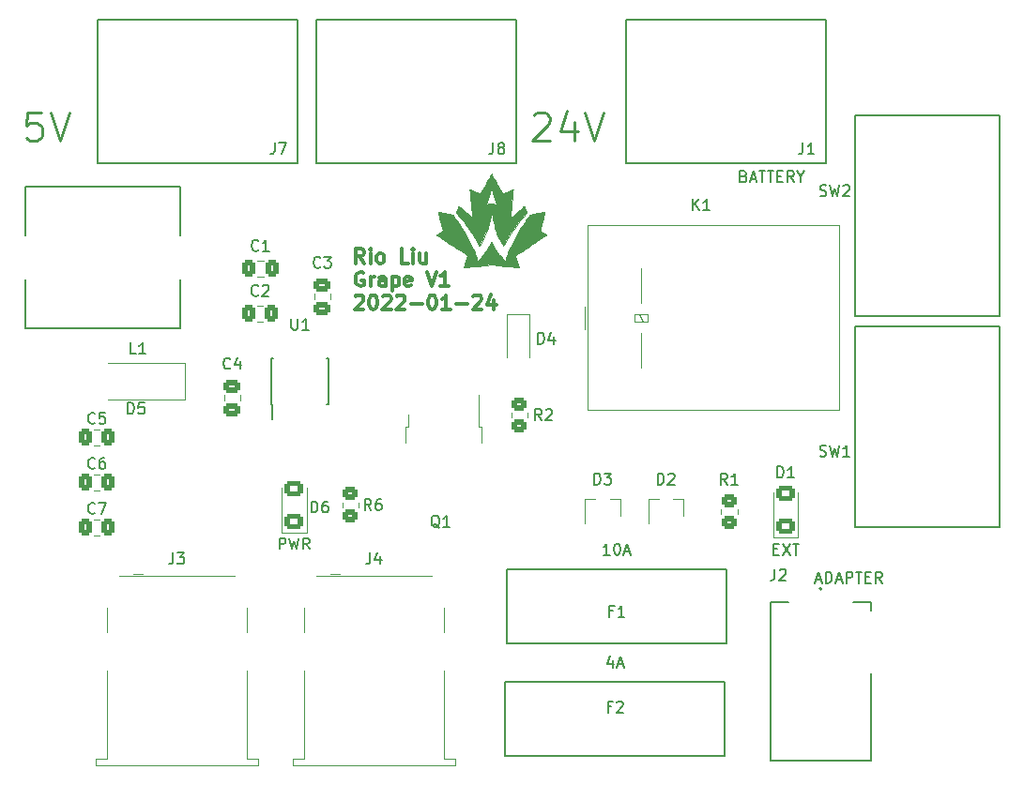
<source format=gbr>
%TF.GenerationSoftware,KiCad,Pcbnew,6.0.1+dfsg-1*%
%TF.CreationDate,2022-01-27T15:04:52+00:00*%
%TF.ProjectId,powerbox,706f7765-7262-46f7-982e-6b696361645f,rev?*%
%TF.SameCoordinates,Original*%
%TF.FileFunction,Legend,Top*%
%TF.FilePolarity,Positive*%
%FSLAX46Y46*%
G04 Gerber Fmt 4.6, Leading zero omitted, Abs format (unit mm)*
G04 Created by KiCad (PCBNEW 6.0.1+dfsg-1) date 2022-01-27 15:04:52*
%MOMM*%
%LPD*%
G01*
G04 APERTURE LIST*
G04 Aperture macros list*
%AMRoundRect*
0 Rectangle with rounded corners*
0 $1 Rounding radius*
0 $2 $3 $4 $5 $6 $7 $8 $9 X,Y pos of 4 corners*
0 Add a 4 corners polygon primitive as box body*
4,1,4,$2,$3,$4,$5,$6,$7,$8,$9,$2,$3,0*
0 Add four circle primitives for the rounded corners*
1,1,$1+$1,$2,$3*
1,1,$1+$1,$4,$5*
1,1,$1+$1,$6,$7*
1,1,$1+$1,$8,$9*
0 Add four rect primitives between the rounded corners*
20,1,$1+$1,$2,$3,$4,$5,0*
20,1,$1+$1,$4,$5,$6,$7,0*
20,1,$1+$1,$6,$7,$8,$9,0*
20,1,$1+$1,$8,$9,$2,$3,0*%
G04 Aperture macros list end*
%ADD10C,0.300000*%
%ADD11C,0.150000*%
%ADD12C,0.254000*%
%ADD13C,0.120000*%
%ADD14C,0.127000*%
%ADD15C,0.200000*%
%ADD16C,0.010000*%
%ADD17R,0.800000X0.900000*%
%ADD18R,1.200000X0.900000*%
%ADD19O,5.200000X2.600000*%
%ADD20O,2.600000X5.200000*%
%ADD21C,3.000000*%
%ADD22R,5.000000X3.100000*%
%ADD23RoundRect,0.250000X0.450000X-0.350000X0.450000X0.350000X-0.450000X0.350000X-0.450000X-0.350000X0*%
%ADD24R,1.500000X1.500000*%
%ADD25C,1.500000*%
%ADD26RoundRect,0.250000X-0.450000X0.350000X-0.450000X-0.350000X0.450000X-0.350000X0.450000X0.350000X0*%
%ADD27RoundRect,0.250001X0.624999X-0.462499X0.624999X0.462499X-0.624999X0.462499X-0.624999X-0.462499X0*%
%ADD28R,2.500000X2.500000*%
%ADD29O,2.500000X2.500000*%
%ADD30C,6.400000*%
%ADD31R,1.200000X2.200000*%
%ADD32R,5.800000X6.400000*%
%ADD33C,2.500000*%
%ADD34RoundRect,0.250000X-0.337500X-0.475000X0.337500X-0.475000X0.337500X0.475000X-0.337500X0.475000X0*%
%ADD35RoundRect,0.250000X0.337500X0.475000X-0.337500X0.475000X-0.337500X-0.475000X0.337500X-0.475000X0*%
%ADD36RoundRect,0.250000X0.475000X-0.337500X0.475000X0.337500X-0.475000X0.337500X-0.475000X-0.337500X0*%
%ADD37R,0.600000X1.550000*%
%ADD38R,3.100000X2.600000*%
%ADD39R,3.500000X1.800000*%
G04 APERTURE END LIST*
D10*
X142979380Y-113811095D02*
X142546047Y-113192047D01*
X142236523Y-113811095D02*
X142236523Y-112511095D01*
X142731761Y-112511095D01*
X142855571Y-112573000D01*
X142917476Y-112634904D01*
X142979380Y-112758714D01*
X142979380Y-112944428D01*
X142917476Y-113068238D01*
X142855571Y-113130142D01*
X142731761Y-113192047D01*
X142236523Y-113192047D01*
X143536523Y-113811095D02*
X143536523Y-112944428D01*
X143536523Y-112511095D02*
X143474619Y-112573000D01*
X143536523Y-112634904D01*
X143598428Y-112573000D01*
X143536523Y-112511095D01*
X143536523Y-112634904D01*
X144341285Y-113811095D02*
X144217476Y-113749190D01*
X144155571Y-113687285D01*
X144093666Y-113563476D01*
X144093666Y-113192047D01*
X144155571Y-113068238D01*
X144217476Y-113006333D01*
X144341285Y-112944428D01*
X144527000Y-112944428D01*
X144650809Y-113006333D01*
X144712714Y-113068238D01*
X144774619Y-113192047D01*
X144774619Y-113563476D01*
X144712714Y-113687285D01*
X144650809Y-113749190D01*
X144527000Y-113811095D01*
X144341285Y-113811095D01*
X146941285Y-113811095D02*
X146322238Y-113811095D01*
X146322238Y-112511095D01*
X147374619Y-113811095D02*
X147374619Y-112944428D01*
X147374619Y-112511095D02*
X147312714Y-112573000D01*
X147374619Y-112634904D01*
X147436523Y-112573000D01*
X147374619Y-112511095D01*
X147374619Y-112634904D01*
X148550809Y-112944428D02*
X148550809Y-113811095D01*
X147993666Y-112944428D02*
X147993666Y-113625380D01*
X148055571Y-113749190D01*
X148179380Y-113811095D01*
X148365095Y-113811095D01*
X148488904Y-113749190D01*
X148550809Y-113687285D01*
X142917476Y-114666000D02*
X142793666Y-114604095D01*
X142607952Y-114604095D01*
X142422238Y-114666000D01*
X142298428Y-114789809D01*
X142236523Y-114913619D01*
X142174619Y-115161238D01*
X142174619Y-115346952D01*
X142236523Y-115594571D01*
X142298428Y-115718380D01*
X142422238Y-115842190D01*
X142607952Y-115904095D01*
X142731761Y-115904095D01*
X142917476Y-115842190D01*
X142979380Y-115780285D01*
X142979380Y-115346952D01*
X142731761Y-115346952D01*
X143536523Y-115904095D02*
X143536523Y-115037428D01*
X143536523Y-115285047D02*
X143598428Y-115161238D01*
X143660333Y-115099333D01*
X143784142Y-115037428D01*
X143907952Y-115037428D01*
X144898428Y-115904095D02*
X144898428Y-115223142D01*
X144836523Y-115099333D01*
X144712714Y-115037428D01*
X144465095Y-115037428D01*
X144341285Y-115099333D01*
X144898428Y-115842190D02*
X144774619Y-115904095D01*
X144465095Y-115904095D01*
X144341285Y-115842190D01*
X144279380Y-115718380D01*
X144279380Y-115594571D01*
X144341285Y-115470761D01*
X144465095Y-115408857D01*
X144774619Y-115408857D01*
X144898428Y-115346952D01*
X145517476Y-115037428D02*
X145517476Y-116337428D01*
X145517476Y-115099333D02*
X145641285Y-115037428D01*
X145888904Y-115037428D01*
X146012714Y-115099333D01*
X146074619Y-115161238D01*
X146136523Y-115285047D01*
X146136523Y-115656476D01*
X146074619Y-115780285D01*
X146012714Y-115842190D01*
X145888904Y-115904095D01*
X145641285Y-115904095D01*
X145517476Y-115842190D01*
X147188904Y-115842190D02*
X147065095Y-115904095D01*
X146817476Y-115904095D01*
X146693666Y-115842190D01*
X146631761Y-115718380D01*
X146631761Y-115223142D01*
X146693666Y-115099333D01*
X146817476Y-115037428D01*
X147065095Y-115037428D01*
X147188904Y-115099333D01*
X147250809Y-115223142D01*
X147250809Y-115346952D01*
X146631761Y-115470761D01*
X148612714Y-114604095D02*
X149046047Y-115904095D01*
X149479380Y-114604095D01*
X150593666Y-115904095D02*
X149850809Y-115904095D01*
X150222238Y-115904095D02*
X150222238Y-114604095D01*
X150098428Y-114789809D01*
X149974619Y-114913619D01*
X149850809Y-114975523D01*
X142174619Y-116820904D02*
X142236523Y-116759000D01*
X142360333Y-116697095D01*
X142669857Y-116697095D01*
X142793666Y-116759000D01*
X142855571Y-116820904D01*
X142917476Y-116944714D01*
X142917476Y-117068523D01*
X142855571Y-117254238D01*
X142112714Y-117997095D01*
X142917476Y-117997095D01*
X143722238Y-116697095D02*
X143846047Y-116697095D01*
X143969857Y-116759000D01*
X144031761Y-116820904D01*
X144093666Y-116944714D01*
X144155571Y-117192333D01*
X144155571Y-117501857D01*
X144093666Y-117749476D01*
X144031761Y-117873285D01*
X143969857Y-117935190D01*
X143846047Y-117997095D01*
X143722238Y-117997095D01*
X143598428Y-117935190D01*
X143536523Y-117873285D01*
X143474619Y-117749476D01*
X143412714Y-117501857D01*
X143412714Y-117192333D01*
X143474619Y-116944714D01*
X143536523Y-116820904D01*
X143598428Y-116759000D01*
X143722238Y-116697095D01*
X144650809Y-116820904D02*
X144712714Y-116759000D01*
X144836523Y-116697095D01*
X145146047Y-116697095D01*
X145269857Y-116759000D01*
X145331761Y-116820904D01*
X145393666Y-116944714D01*
X145393666Y-117068523D01*
X145331761Y-117254238D01*
X144588904Y-117997095D01*
X145393666Y-117997095D01*
X145888904Y-116820904D02*
X145950809Y-116759000D01*
X146074619Y-116697095D01*
X146384142Y-116697095D01*
X146507952Y-116759000D01*
X146569857Y-116820904D01*
X146631761Y-116944714D01*
X146631761Y-117068523D01*
X146569857Y-117254238D01*
X145827000Y-117997095D01*
X146631761Y-117997095D01*
X147188904Y-117501857D02*
X148179380Y-117501857D01*
X149046047Y-116697095D02*
X149169857Y-116697095D01*
X149293666Y-116759000D01*
X149355571Y-116820904D01*
X149417476Y-116944714D01*
X149479380Y-117192333D01*
X149479380Y-117501857D01*
X149417476Y-117749476D01*
X149355571Y-117873285D01*
X149293666Y-117935190D01*
X149169857Y-117997095D01*
X149046047Y-117997095D01*
X148922238Y-117935190D01*
X148860333Y-117873285D01*
X148798428Y-117749476D01*
X148736523Y-117501857D01*
X148736523Y-117192333D01*
X148798428Y-116944714D01*
X148860333Y-116820904D01*
X148922238Y-116759000D01*
X149046047Y-116697095D01*
X150717476Y-117997095D02*
X149974619Y-117997095D01*
X150346047Y-117997095D02*
X150346047Y-116697095D01*
X150222238Y-116882809D01*
X150098428Y-117006619D01*
X149974619Y-117068523D01*
X151274619Y-117501857D02*
X152265095Y-117501857D01*
X152822238Y-116820904D02*
X152884142Y-116759000D01*
X153007952Y-116697095D01*
X153317476Y-116697095D01*
X153441285Y-116759000D01*
X153503190Y-116820904D01*
X153565095Y-116944714D01*
X153565095Y-117068523D01*
X153503190Y-117254238D01*
X152760333Y-117997095D01*
X153565095Y-117997095D01*
X154679380Y-117130428D02*
X154679380Y-117997095D01*
X154369857Y-116635190D02*
X154060333Y-117563761D01*
X154865095Y-117563761D01*
D11*
%TO.C,D2*%
X169441904Y-133802380D02*
X169441904Y-132802380D01*
X169680000Y-132802380D01*
X169822857Y-132850000D01*
X169918095Y-132945238D01*
X169965714Y-133040476D01*
X170013333Y-133230952D01*
X170013333Y-133373809D01*
X169965714Y-133564285D01*
X169918095Y-133659523D01*
X169822857Y-133754761D01*
X169680000Y-133802380D01*
X169441904Y-133802380D01*
X170394285Y-132897619D02*
X170441904Y-132850000D01*
X170537142Y-132802380D01*
X170775238Y-132802380D01*
X170870476Y-132850000D01*
X170918095Y-132897619D01*
X170965714Y-132992857D01*
X170965714Y-133088095D01*
X170918095Y-133230952D01*
X170346666Y-133802380D01*
X170965714Y-133802380D01*
%TO.C,D3*%
X163726904Y-133802380D02*
X163726904Y-132802380D01*
X163965000Y-132802380D01*
X164107857Y-132850000D01*
X164203095Y-132945238D01*
X164250714Y-133040476D01*
X164298333Y-133230952D01*
X164298333Y-133373809D01*
X164250714Y-133564285D01*
X164203095Y-133659523D01*
X164107857Y-133754761D01*
X163965000Y-133802380D01*
X163726904Y-133802380D01*
X164631666Y-132802380D02*
X165250714Y-132802380D01*
X164917380Y-133183333D01*
X165060238Y-133183333D01*
X165155476Y-133230952D01*
X165203095Y-133278571D01*
X165250714Y-133373809D01*
X165250714Y-133611904D01*
X165203095Y-133707142D01*
X165155476Y-133754761D01*
X165060238Y-133802380D01*
X164774523Y-133802380D01*
X164679285Y-133754761D01*
X164631666Y-133707142D01*
%TO.C,D4*%
X158646904Y-121102380D02*
X158646904Y-120102380D01*
X158885000Y-120102380D01*
X159027857Y-120150000D01*
X159123095Y-120245238D01*
X159170714Y-120340476D01*
X159218333Y-120530952D01*
X159218333Y-120673809D01*
X159170714Y-120864285D01*
X159123095Y-120959523D01*
X159027857Y-121054761D01*
X158885000Y-121102380D01*
X158646904Y-121102380D01*
X160075476Y-120435714D02*
X160075476Y-121102380D01*
X159837380Y-120054761D02*
X159599285Y-120769047D01*
X160218333Y-120769047D01*
%TO.C,J2*%
X180006666Y-141438380D02*
X180006666Y-142152666D01*
X179959047Y-142295523D01*
X179863809Y-142390761D01*
X179720952Y-142438380D01*
X179625714Y-142438380D01*
X180435238Y-141533619D02*
X180482857Y-141486000D01*
X180578095Y-141438380D01*
X180816190Y-141438380D01*
X180911428Y-141486000D01*
X180959047Y-141533619D01*
X181006666Y-141628857D01*
X181006666Y-141724095D01*
X180959047Y-141866952D01*
X180387619Y-142438380D01*
X181006666Y-142438380D01*
X183690000Y-142406666D02*
X184166190Y-142406666D01*
X183594761Y-142692380D02*
X183928095Y-141692380D01*
X184261428Y-142692380D01*
X184594761Y-142692380D02*
X184594761Y-141692380D01*
X184832857Y-141692380D01*
X184975714Y-141740000D01*
X185070952Y-141835238D01*
X185118571Y-141930476D01*
X185166190Y-142120952D01*
X185166190Y-142263809D01*
X185118571Y-142454285D01*
X185070952Y-142549523D01*
X184975714Y-142644761D01*
X184832857Y-142692380D01*
X184594761Y-142692380D01*
X185547142Y-142406666D02*
X186023333Y-142406666D01*
X185451904Y-142692380D02*
X185785238Y-141692380D01*
X186118571Y-142692380D01*
X186451904Y-142692380D02*
X186451904Y-141692380D01*
X186832857Y-141692380D01*
X186928095Y-141740000D01*
X186975714Y-141787619D01*
X187023333Y-141882857D01*
X187023333Y-142025714D01*
X186975714Y-142120952D01*
X186928095Y-142168571D01*
X186832857Y-142216190D01*
X186451904Y-142216190D01*
X187309047Y-141692380D02*
X187880476Y-141692380D01*
X187594761Y-142692380D02*
X187594761Y-141692380D01*
X188213809Y-142168571D02*
X188547142Y-142168571D01*
X188690000Y-142692380D02*
X188213809Y-142692380D01*
X188213809Y-141692380D01*
X188690000Y-141692380D01*
X189690000Y-142692380D02*
X189356666Y-142216190D01*
X189118571Y-142692380D02*
X189118571Y-141692380D01*
X189499523Y-141692380D01*
X189594761Y-141740000D01*
X189642380Y-141787619D01*
X189690000Y-141882857D01*
X189690000Y-142025714D01*
X189642380Y-142120952D01*
X189594761Y-142168571D01*
X189499523Y-142216190D01*
X189118571Y-142216190D01*
%TO.C,J8*%
X154606666Y-102957380D02*
X154606666Y-103671666D01*
X154559047Y-103814523D01*
X154463809Y-103909761D01*
X154320952Y-103957380D01*
X154225714Y-103957380D01*
X155225714Y-103385952D02*
X155130476Y-103338333D01*
X155082857Y-103290714D01*
X155035238Y-103195476D01*
X155035238Y-103147857D01*
X155082857Y-103052619D01*
X155130476Y-103005000D01*
X155225714Y-102957380D01*
X155416190Y-102957380D01*
X155511428Y-103005000D01*
X155559047Y-103052619D01*
X155606666Y-103147857D01*
X155606666Y-103195476D01*
X155559047Y-103290714D01*
X155511428Y-103338333D01*
X155416190Y-103385952D01*
X155225714Y-103385952D01*
X155130476Y-103433571D01*
X155082857Y-103481190D01*
X155035238Y-103576428D01*
X155035238Y-103766904D01*
X155082857Y-103862142D01*
X155130476Y-103909761D01*
X155225714Y-103957380D01*
X155416190Y-103957380D01*
X155511428Y-103909761D01*
X155559047Y-103862142D01*
X155606666Y-103766904D01*
X155606666Y-103576428D01*
X155559047Y-103481190D01*
X155511428Y-103433571D01*
X155416190Y-103385952D01*
D12*
X158266190Y-100450952D02*
X158387142Y-100330000D01*
X158629047Y-100209047D01*
X159233809Y-100209047D01*
X159475714Y-100330000D01*
X159596666Y-100450952D01*
X159717619Y-100692857D01*
X159717619Y-100934761D01*
X159596666Y-101297619D01*
X158145238Y-102749047D01*
X159717619Y-102749047D01*
X161894761Y-101055714D02*
X161894761Y-102749047D01*
X161290000Y-100088095D02*
X160685238Y-101902380D01*
X162257619Y-101902380D01*
X162862380Y-100209047D02*
X163709047Y-102749047D01*
X164555714Y-100209047D01*
D11*
%TO.C,L1*%
X122391172Y-121999569D02*
X121914535Y-121999569D01*
X121914535Y-120998632D01*
X123249118Y-121999569D02*
X122677154Y-121999569D01*
X122963136Y-121999569D02*
X122963136Y-120998632D01*
X122867808Y-121141623D01*
X122772481Y-121236951D01*
X122677154Y-121284614D01*
%TO.C,R6*%
X143597333Y-136104380D02*
X143264000Y-135628190D01*
X143025904Y-136104380D02*
X143025904Y-135104380D01*
X143406857Y-135104380D01*
X143502095Y-135152000D01*
X143549714Y-135199619D01*
X143597333Y-135294857D01*
X143597333Y-135437714D01*
X143549714Y-135532952D01*
X143502095Y-135580571D01*
X143406857Y-135628190D01*
X143025904Y-135628190D01*
X144454476Y-135104380D02*
X144264000Y-135104380D01*
X144168761Y-135152000D01*
X144121142Y-135199619D01*
X144025904Y-135342476D01*
X143978285Y-135532952D01*
X143978285Y-135913904D01*
X144025904Y-136009142D01*
X144073523Y-136056761D01*
X144168761Y-136104380D01*
X144359238Y-136104380D01*
X144454476Y-136056761D01*
X144502095Y-136009142D01*
X144549714Y-135913904D01*
X144549714Y-135675809D01*
X144502095Y-135580571D01*
X144454476Y-135532952D01*
X144359238Y-135485333D01*
X144168761Y-135485333D01*
X144073523Y-135532952D01*
X144025904Y-135580571D01*
X143978285Y-135675809D01*
%TO.C,SW2*%
X184086666Y-107719761D02*
X184229523Y-107767380D01*
X184467619Y-107767380D01*
X184562857Y-107719761D01*
X184610476Y-107672142D01*
X184658095Y-107576904D01*
X184658095Y-107481666D01*
X184610476Y-107386428D01*
X184562857Y-107338809D01*
X184467619Y-107291190D01*
X184277142Y-107243571D01*
X184181904Y-107195952D01*
X184134285Y-107148333D01*
X184086666Y-107053095D01*
X184086666Y-106957857D01*
X184134285Y-106862619D01*
X184181904Y-106815000D01*
X184277142Y-106767380D01*
X184515238Y-106767380D01*
X184658095Y-106815000D01*
X184991428Y-106767380D02*
X185229523Y-107767380D01*
X185420000Y-107053095D01*
X185610476Y-107767380D01*
X185848571Y-106767380D01*
X186181904Y-106862619D02*
X186229523Y-106815000D01*
X186324761Y-106767380D01*
X186562857Y-106767380D01*
X186658095Y-106815000D01*
X186705714Y-106862619D01*
X186753333Y-106957857D01*
X186753333Y-107053095D01*
X186705714Y-107195952D01*
X186134285Y-107767380D01*
X186753333Y-107767380D01*
%TO.C,J3*%
X125721666Y-139962380D02*
X125721666Y-140676666D01*
X125674047Y-140819523D01*
X125578809Y-140914761D01*
X125435952Y-140962380D01*
X125340714Y-140962380D01*
X126102619Y-139962380D02*
X126721666Y-139962380D01*
X126388333Y-140343333D01*
X126531190Y-140343333D01*
X126626428Y-140390952D01*
X126674047Y-140438571D01*
X126721666Y-140533809D01*
X126721666Y-140771904D01*
X126674047Y-140867142D01*
X126626428Y-140914761D01*
X126531190Y-140962380D01*
X126245476Y-140962380D01*
X126150238Y-140914761D01*
X126102619Y-140867142D01*
%TO.C,R1*%
X175728333Y-133802380D02*
X175395000Y-133326190D01*
X175156904Y-133802380D02*
X175156904Y-132802380D01*
X175537857Y-132802380D01*
X175633095Y-132850000D01*
X175680714Y-132897619D01*
X175728333Y-132992857D01*
X175728333Y-133135714D01*
X175680714Y-133230952D01*
X175633095Y-133278571D01*
X175537857Y-133326190D01*
X175156904Y-133326190D01*
X176680714Y-133802380D02*
X176109285Y-133802380D01*
X176395000Y-133802380D02*
X176395000Y-132802380D01*
X176299761Y-132945238D01*
X176204523Y-133040476D01*
X176109285Y-133088095D01*
%TO.C,D1*%
X180236904Y-133167380D02*
X180236904Y-132167380D01*
X180475000Y-132167380D01*
X180617857Y-132215000D01*
X180713095Y-132310238D01*
X180760714Y-132405476D01*
X180808333Y-132595952D01*
X180808333Y-132738809D01*
X180760714Y-132929285D01*
X180713095Y-133024523D01*
X180617857Y-133119761D01*
X180475000Y-133167380D01*
X180236904Y-133167380D01*
X181760714Y-133167380D02*
X181189285Y-133167380D01*
X181475000Y-133167380D02*
X181475000Y-132167380D01*
X181379761Y-132310238D01*
X181284523Y-132405476D01*
X181189285Y-132453095D01*
X179903571Y-139628571D02*
X180236904Y-139628571D01*
X180379761Y-140152380D02*
X179903571Y-140152380D01*
X179903571Y-139152380D01*
X180379761Y-139152380D01*
X180713095Y-139152380D02*
X181379761Y-140152380D01*
X181379761Y-139152380D02*
X180713095Y-140152380D01*
X181617857Y-139152380D02*
X182189285Y-139152380D01*
X181903571Y-140152380D02*
X181903571Y-139152380D01*
%TO.C,K1*%
X172616904Y-109037380D02*
X172616904Y-108037380D01*
X173188333Y-109037380D02*
X172759761Y-108465952D01*
X173188333Y-108037380D02*
X172616904Y-108608809D01*
X174140714Y-109037380D02*
X173569285Y-109037380D01*
X173855000Y-109037380D02*
X173855000Y-108037380D01*
X173759761Y-108180238D01*
X173664523Y-108275476D01*
X173569285Y-108323095D01*
%TO.C,SW1*%
X184086666Y-131214761D02*
X184229523Y-131262380D01*
X184467619Y-131262380D01*
X184562857Y-131214761D01*
X184610476Y-131167142D01*
X184658095Y-131071904D01*
X184658095Y-130976666D01*
X184610476Y-130881428D01*
X184562857Y-130833809D01*
X184467619Y-130786190D01*
X184277142Y-130738571D01*
X184181904Y-130690952D01*
X184134285Y-130643333D01*
X184086666Y-130548095D01*
X184086666Y-130452857D01*
X184134285Y-130357619D01*
X184181904Y-130310000D01*
X184277142Y-130262380D01*
X184515238Y-130262380D01*
X184658095Y-130310000D01*
X184991428Y-130262380D02*
X185229523Y-131262380D01*
X185420000Y-130548095D01*
X185610476Y-131262380D01*
X185848571Y-130262380D01*
X186753333Y-131262380D02*
X186181904Y-131262380D01*
X186467619Y-131262380D02*
X186467619Y-130262380D01*
X186372380Y-130405238D01*
X186277142Y-130500476D01*
X186181904Y-130548095D01*
%TO.C,D6*%
X138199904Y-136326380D02*
X138199904Y-135326380D01*
X138438000Y-135326380D01*
X138580857Y-135374000D01*
X138676095Y-135469238D01*
X138723714Y-135564476D01*
X138771333Y-135754952D01*
X138771333Y-135897809D01*
X138723714Y-136088285D01*
X138676095Y-136183523D01*
X138580857Y-136278761D01*
X138438000Y-136326380D01*
X138199904Y-136326380D01*
X139628476Y-135326380D02*
X139438000Y-135326380D01*
X139342761Y-135374000D01*
X139295142Y-135421619D01*
X139199904Y-135564476D01*
X139152285Y-135754952D01*
X139152285Y-136135904D01*
X139199904Y-136231142D01*
X139247523Y-136278761D01*
X139342761Y-136326380D01*
X139533238Y-136326380D01*
X139628476Y-136278761D01*
X139676095Y-136231142D01*
X139723714Y-136135904D01*
X139723714Y-135897809D01*
X139676095Y-135802571D01*
X139628476Y-135754952D01*
X139533238Y-135707333D01*
X139342761Y-135707333D01*
X139247523Y-135754952D01*
X139199904Y-135802571D01*
X139152285Y-135897809D01*
X135318666Y-139628380D02*
X135318666Y-138628380D01*
X135699619Y-138628380D01*
X135794857Y-138676000D01*
X135842476Y-138723619D01*
X135890095Y-138818857D01*
X135890095Y-138961714D01*
X135842476Y-139056952D01*
X135794857Y-139104571D01*
X135699619Y-139152190D01*
X135318666Y-139152190D01*
X136223428Y-138628380D02*
X136461523Y-139628380D01*
X136652000Y-138914095D01*
X136842476Y-139628380D01*
X137080571Y-138628380D01*
X138032952Y-139628380D02*
X137699619Y-139152190D01*
X137461523Y-139628380D02*
X137461523Y-138628380D01*
X137842476Y-138628380D01*
X137937714Y-138676000D01*
X137985333Y-138723619D01*
X138032952Y-138818857D01*
X138032952Y-138961714D01*
X137985333Y-139056952D01*
X137937714Y-139104571D01*
X137842476Y-139152190D01*
X137461523Y-139152190D01*
%TO.C,J4*%
X143501666Y-139962380D02*
X143501666Y-140676666D01*
X143454047Y-140819523D01*
X143358809Y-140914761D01*
X143215952Y-140962380D01*
X143120714Y-140962380D01*
X144406428Y-140295714D02*
X144406428Y-140962380D01*
X144168333Y-139914761D02*
X143930238Y-140629047D01*
X144549285Y-140629047D01*
%TO.C,Q1*%
X149764761Y-137707619D02*
X149669523Y-137660000D01*
X149574285Y-137564761D01*
X149431428Y-137421904D01*
X149336190Y-137374285D01*
X149240952Y-137374285D01*
X149288571Y-137612380D02*
X149193333Y-137564761D01*
X149098095Y-137469523D01*
X149050476Y-137279047D01*
X149050476Y-136945714D01*
X149098095Y-136755238D01*
X149193333Y-136660000D01*
X149288571Y-136612380D01*
X149479047Y-136612380D01*
X149574285Y-136660000D01*
X149669523Y-136755238D01*
X149717142Y-136945714D01*
X149717142Y-137279047D01*
X149669523Y-137469523D01*
X149574285Y-137564761D01*
X149479047Y-137612380D01*
X149288571Y-137612380D01*
X150669523Y-137612380D02*
X150098095Y-137612380D01*
X150383809Y-137612380D02*
X150383809Y-136612380D01*
X150288571Y-136755238D01*
X150193333Y-136850476D01*
X150098095Y-136898095D01*
%TO.C,R2*%
X158980333Y-127976380D02*
X158647000Y-127500190D01*
X158408904Y-127976380D02*
X158408904Y-126976380D01*
X158789857Y-126976380D01*
X158885095Y-127024000D01*
X158932714Y-127071619D01*
X158980333Y-127166857D01*
X158980333Y-127309714D01*
X158932714Y-127404952D01*
X158885095Y-127452571D01*
X158789857Y-127500190D01*
X158408904Y-127500190D01*
X159361285Y-127071619D02*
X159408904Y-127024000D01*
X159504142Y-126976380D01*
X159742238Y-126976380D01*
X159837476Y-127024000D01*
X159885095Y-127071619D01*
X159932714Y-127166857D01*
X159932714Y-127262095D01*
X159885095Y-127404952D01*
X159313666Y-127976380D01*
X159932714Y-127976380D01*
%TO.C,J1*%
X182546666Y-102957380D02*
X182546666Y-103671666D01*
X182499047Y-103814523D01*
X182403809Y-103909761D01*
X182260952Y-103957380D01*
X182165714Y-103957380D01*
X183546666Y-103957380D02*
X182975238Y-103957380D01*
X183260952Y-103957380D02*
X183260952Y-102957380D01*
X183165714Y-103100238D01*
X183070476Y-103195476D01*
X182975238Y-103243095D01*
X177205000Y-105973571D02*
X177347857Y-106021190D01*
X177395476Y-106068809D01*
X177443095Y-106164047D01*
X177443095Y-106306904D01*
X177395476Y-106402142D01*
X177347857Y-106449761D01*
X177252619Y-106497380D01*
X176871666Y-106497380D01*
X176871666Y-105497380D01*
X177205000Y-105497380D01*
X177300238Y-105545000D01*
X177347857Y-105592619D01*
X177395476Y-105687857D01*
X177395476Y-105783095D01*
X177347857Y-105878333D01*
X177300238Y-105925952D01*
X177205000Y-105973571D01*
X176871666Y-105973571D01*
X177824047Y-106211666D02*
X178300238Y-106211666D01*
X177728809Y-106497380D02*
X178062142Y-105497380D01*
X178395476Y-106497380D01*
X178585952Y-105497380D02*
X179157380Y-105497380D01*
X178871666Y-106497380D02*
X178871666Y-105497380D01*
X179347857Y-105497380D02*
X179919285Y-105497380D01*
X179633571Y-106497380D02*
X179633571Y-105497380D01*
X180252619Y-105973571D02*
X180585952Y-105973571D01*
X180728809Y-106497380D02*
X180252619Y-106497380D01*
X180252619Y-105497380D01*
X180728809Y-105497380D01*
X181728809Y-106497380D02*
X181395476Y-106021190D01*
X181157380Y-106497380D02*
X181157380Y-105497380D01*
X181538333Y-105497380D01*
X181633571Y-105545000D01*
X181681190Y-105592619D01*
X181728809Y-105687857D01*
X181728809Y-105830714D01*
X181681190Y-105925952D01*
X181633571Y-105973571D01*
X181538333Y-106021190D01*
X181157380Y-106021190D01*
X182347857Y-106021190D02*
X182347857Y-106497380D01*
X182014523Y-105497380D02*
X182347857Y-106021190D01*
X182681190Y-105497380D01*
%TO.C,J7*%
X134921666Y-102957380D02*
X134921666Y-103671666D01*
X134874047Y-103814523D01*
X134778809Y-103909761D01*
X134635952Y-103957380D01*
X134540714Y-103957380D01*
X135302619Y-102957380D02*
X135969285Y-102957380D01*
X135540714Y-103957380D01*
D12*
X113816190Y-100209047D02*
X112606666Y-100209047D01*
X112485714Y-101418571D01*
X112606666Y-101297619D01*
X112848571Y-101176666D01*
X113453333Y-101176666D01*
X113695238Y-101297619D01*
X113816190Y-101418571D01*
X113937142Y-101660476D01*
X113937142Y-102265238D01*
X113816190Y-102507142D01*
X113695238Y-102628095D01*
X113453333Y-102749047D01*
X112848571Y-102749047D01*
X112606666Y-102628095D01*
X112485714Y-102507142D01*
X114662857Y-100209047D02*
X115509523Y-102749047D01*
X116356190Y-100209047D01*
D11*
%TO.C,F1*%
X165401666Y-145208571D02*
X165068333Y-145208571D01*
X165068333Y-145732380D02*
X165068333Y-144732380D01*
X165544523Y-144732380D01*
X166449285Y-145732380D02*
X165877857Y-145732380D01*
X166163571Y-145732380D02*
X166163571Y-144732380D01*
X166068333Y-144875238D01*
X165973095Y-144970476D01*
X165877857Y-145018095D01*
X165115952Y-140152380D02*
X164544523Y-140152380D01*
X164830238Y-140152380D02*
X164830238Y-139152380D01*
X164735000Y-139295238D01*
X164639761Y-139390476D01*
X164544523Y-139438095D01*
X165735000Y-139152380D02*
X165830238Y-139152380D01*
X165925476Y-139200000D01*
X165973095Y-139247619D01*
X166020714Y-139342857D01*
X166068333Y-139533333D01*
X166068333Y-139771428D01*
X166020714Y-139961904D01*
X165973095Y-140057142D01*
X165925476Y-140104761D01*
X165830238Y-140152380D01*
X165735000Y-140152380D01*
X165639761Y-140104761D01*
X165592142Y-140057142D01*
X165544523Y-139961904D01*
X165496904Y-139771428D01*
X165496904Y-139533333D01*
X165544523Y-139342857D01*
X165592142Y-139247619D01*
X165639761Y-139200000D01*
X165735000Y-139152380D01*
X166449285Y-139866666D02*
X166925476Y-139866666D01*
X166354047Y-140152380D02*
X166687380Y-139152380D01*
X167020714Y-140152380D01*
%TO.C,F2*%
X165274666Y-153852571D02*
X164941333Y-153852571D01*
X164941333Y-154376380D02*
X164941333Y-153376380D01*
X165417523Y-153376380D01*
X165750857Y-153471619D02*
X165798476Y-153424000D01*
X165893714Y-153376380D01*
X166131809Y-153376380D01*
X166227047Y-153424000D01*
X166274666Y-153471619D01*
X166322285Y-153566857D01*
X166322285Y-153662095D01*
X166274666Y-153804952D01*
X165703238Y-154376380D01*
X166322285Y-154376380D01*
X165369904Y-149645714D02*
X165369904Y-150312380D01*
X165131809Y-149264761D02*
X164893714Y-149979047D01*
X165512761Y-149979047D01*
X165846095Y-150026666D02*
X166322285Y-150026666D01*
X165750857Y-150312380D02*
X166084190Y-149312380D01*
X166417523Y-150312380D01*
%TO.C,C6*%
X118683833Y-132281142D02*
X118636214Y-132328761D01*
X118493357Y-132376380D01*
X118398119Y-132376380D01*
X118255261Y-132328761D01*
X118160023Y-132233523D01*
X118112404Y-132138285D01*
X118064785Y-131947809D01*
X118064785Y-131804952D01*
X118112404Y-131614476D01*
X118160023Y-131519238D01*
X118255261Y-131424000D01*
X118398119Y-131376380D01*
X118493357Y-131376380D01*
X118636214Y-131424000D01*
X118683833Y-131471619D01*
X119540976Y-131376380D02*
X119350500Y-131376380D01*
X119255261Y-131424000D01*
X119207642Y-131471619D01*
X119112404Y-131614476D01*
X119064785Y-131804952D01*
X119064785Y-132185904D01*
X119112404Y-132281142D01*
X119160023Y-132328761D01*
X119255261Y-132376380D01*
X119445738Y-132376380D01*
X119540976Y-132328761D01*
X119588595Y-132281142D01*
X119636214Y-132185904D01*
X119636214Y-131947809D01*
X119588595Y-131852571D01*
X119540976Y-131804952D01*
X119445738Y-131757333D01*
X119255261Y-131757333D01*
X119160023Y-131804952D01*
X119112404Y-131852571D01*
X119064785Y-131947809D01*
%TO.C,C1*%
X133437333Y-112625142D02*
X133389714Y-112672761D01*
X133246857Y-112720380D01*
X133151619Y-112720380D01*
X133008761Y-112672761D01*
X132913523Y-112577523D01*
X132865904Y-112482285D01*
X132818285Y-112291809D01*
X132818285Y-112148952D01*
X132865904Y-111958476D01*
X132913523Y-111863238D01*
X133008761Y-111768000D01*
X133151619Y-111720380D01*
X133246857Y-111720380D01*
X133389714Y-111768000D01*
X133437333Y-111815619D01*
X134389714Y-112720380D02*
X133818285Y-112720380D01*
X134104000Y-112720380D02*
X134104000Y-111720380D01*
X134008761Y-111863238D01*
X133913523Y-111958476D01*
X133818285Y-112006095D01*
%TO.C,C2*%
X133415833Y-116689142D02*
X133368214Y-116736761D01*
X133225357Y-116784380D01*
X133130119Y-116784380D01*
X132987261Y-116736761D01*
X132892023Y-116641523D01*
X132844404Y-116546285D01*
X132796785Y-116355809D01*
X132796785Y-116212952D01*
X132844404Y-116022476D01*
X132892023Y-115927238D01*
X132987261Y-115832000D01*
X133130119Y-115784380D01*
X133225357Y-115784380D01*
X133368214Y-115832000D01*
X133415833Y-115879619D01*
X133796785Y-115879619D02*
X133844404Y-115832000D01*
X133939642Y-115784380D01*
X134177738Y-115784380D01*
X134272976Y-115832000D01*
X134320595Y-115879619D01*
X134368214Y-115974857D01*
X134368214Y-116070095D01*
X134320595Y-116212952D01*
X133749166Y-116784380D01*
X134368214Y-116784380D01*
%TO.C,C3*%
X139025333Y-114149142D02*
X138977714Y-114196761D01*
X138834857Y-114244380D01*
X138739619Y-114244380D01*
X138596761Y-114196761D01*
X138501523Y-114101523D01*
X138453904Y-114006285D01*
X138406285Y-113815809D01*
X138406285Y-113672952D01*
X138453904Y-113482476D01*
X138501523Y-113387238D01*
X138596761Y-113292000D01*
X138739619Y-113244380D01*
X138834857Y-113244380D01*
X138977714Y-113292000D01*
X139025333Y-113339619D01*
X139358666Y-113244380D02*
X139977714Y-113244380D01*
X139644380Y-113625333D01*
X139787238Y-113625333D01*
X139882476Y-113672952D01*
X139930095Y-113720571D01*
X139977714Y-113815809D01*
X139977714Y-114053904D01*
X139930095Y-114149142D01*
X139882476Y-114196761D01*
X139787238Y-114244380D01*
X139501523Y-114244380D01*
X139406285Y-114196761D01*
X139358666Y-114149142D01*
%TO.C,C5*%
X118683833Y-128217142D02*
X118636214Y-128264761D01*
X118493357Y-128312380D01*
X118398119Y-128312380D01*
X118255261Y-128264761D01*
X118160023Y-128169523D01*
X118112404Y-128074285D01*
X118064785Y-127883809D01*
X118064785Y-127740952D01*
X118112404Y-127550476D01*
X118160023Y-127455238D01*
X118255261Y-127360000D01*
X118398119Y-127312380D01*
X118493357Y-127312380D01*
X118636214Y-127360000D01*
X118683833Y-127407619D01*
X119588595Y-127312380D02*
X119112404Y-127312380D01*
X119064785Y-127788571D01*
X119112404Y-127740952D01*
X119207642Y-127693333D01*
X119445738Y-127693333D01*
X119540976Y-127740952D01*
X119588595Y-127788571D01*
X119636214Y-127883809D01*
X119636214Y-128121904D01*
X119588595Y-128217142D01*
X119540976Y-128264761D01*
X119445738Y-128312380D01*
X119207642Y-128312380D01*
X119112404Y-128264761D01*
X119064785Y-128217142D01*
%TO.C,C7*%
X118683833Y-136345142D02*
X118636214Y-136392761D01*
X118493357Y-136440380D01*
X118398119Y-136440380D01*
X118255261Y-136392761D01*
X118160023Y-136297523D01*
X118112404Y-136202285D01*
X118064785Y-136011809D01*
X118064785Y-135868952D01*
X118112404Y-135678476D01*
X118160023Y-135583238D01*
X118255261Y-135488000D01*
X118398119Y-135440380D01*
X118493357Y-135440380D01*
X118636214Y-135488000D01*
X118683833Y-135535619D01*
X119017166Y-135440380D02*
X119683833Y-135440380D01*
X119255261Y-136440380D01*
%TO.C,U1*%
X136398095Y-118832380D02*
X136398095Y-119641904D01*
X136445714Y-119737142D01*
X136493333Y-119784761D01*
X136588571Y-119832380D01*
X136779047Y-119832380D01*
X136874285Y-119784761D01*
X136921904Y-119737142D01*
X136969523Y-119641904D01*
X136969523Y-118832380D01*
X137969523Y-119832380D02*
X137398095Y-119832380D01*
X137683809Y-119832380D02*
X137683809Y-118832380D01*
X137588571Y-118975238D01*
X137493333Y-119070476D01*
X137398095Y-119118095D01*
%TO.C,D5*%
X121649904Y-127412380D02*
X121649904Y-126412380D01*
X121888000Y-126412380D01*
X122030857Y-126460000D01*
X122126095Y-126555238D01*
X122173714Y-126650476D01*
X122221333Y-126840952D01*
X122221333Y-126983809D01*
X122173714Y-127174285D01*
X122126095Y-127269523D01*
X122030857Y-127364761D01*
X121888000Y-127412380D01*
X121649904Y-127412380D01*
X123126095Y-126412380D02*
X122649904Y-126412380D01*
X122602285Y-126888571D01*
X122649904Y-126840952D01*
X122745142Y-126793333D01*
X122983238Y-126793333D01*
X123078476Y-126840952D01*
X123126095Y-126888571D01*
X123173714Y-126983809D01*
X123173714Y-127221904D01*
X123126095Y-127317142D01*
X123078476Y-127364761D01*
X122983238Y-127412380D01*
X122745142Y-127412380D01*
X122649904Y-127364761D01*
X122602285Y-127317142D01*
%TO.C,C4*%
X130897333Y-123271642D02*
X130849714Y-123319261D01*
X130706857Y-123366880D01*
X130611619Y-123366880D01*
X130468761Y-123319261D01*
X130373523Y-123224023D01*
X130325904Y-123128785D01*
X130278285Y-122938309D01*
X130278285Y-122795452D01*
X130325904Y-122604976D01*
X130373523Y-122509738D01*
X130468761Y-122414500D01*
X130611619Y-122366880D01*
X130706857Y-122366880D01*
X130849714Y-122414500D01*
X130897333Y-122462119D01*
X131754476Y-122700214D02*
X131754476Y-123366880D01*
X131516380Y-122319261D02*
X131278285Y-123033547D01*
X131897333Y-123033547D01*
D13*
%TO.C,D2*%
X171760000Y-135130000D02*
X171760000Y-136590000D01*
X171760000Y-135130000D02*
X170830000Y-135130000D01*
X168600000Y-135130000D02*
X168600000Y-137290000D01*
X168600000Y-135130000D02*
X169530000Y-135130000D01*
%TO.C,D3*%
X166045000Y-135130000D02*
X166045000Y-136590000D01*
X162885000Y-135130000D02*
X163815000Y-135130000D01*
X166045000Y-135130000D02*
X165115000Y-135130000D01*
X162885000Y-135130000D02*
X162885000Y-137290000D01*
%TO.C,D4*%
X157845000Y-118400000D02*
X155845000Y-118400000D01*
X155845000Y-118400000D02*
X155845000Y-122300000D01*
X157845000Y-118400000D02*
X157845000Y-122300000D01*
D14*
%TO.C,J2*%
X179650000Y-158750000D02*
X179650000Y-144450000D01*
X188650000Y-150850000D02*
X188650000Y-158750000D01*
X187100000Y-144450000D02*
X188650000Y-144450000D01*
X179650000Y-144450000D02*
X181200000Y-144450000D01*
X188650000Y-144450000D02*
X188650000Y-145150000D01*
X188650000Y-158750000D02*
X179650000Y-158750000D01*
D15*
X184250000Y-143200000D02*
G75*
G03*
X184250000Y-143200000I-100000J0D01*
G01*
D11*
%TO.C,J8*%
X156660000Y-104835000D02*
X138610000Y-104835000D01*
X138610000Y-91835000D02*
X138610000Y-104835000D01*
X156660000Y-91835000D02*
X156660000Y-104835000D01*
X138610000Y-91835000D02*
X156660000Y-91835000D01*
D14*
%TO.C,L1*%
X112380000Y-106884000D02*
X112380000Y-111284000D01*
X112380000Y-115284000D02*
X112380000Y-119684000D01*
X126380000Y-106884000D02*
X112380000Y-106884000D01*
X112380000Y-119684000D02*
X126380000Y-119684000D01*
X126380000Y-119684000D02*
X126380000Y-115284000D01*
X126380000Y-111284000D02*
X126380000Y-106884000D01*
D13*
%TO.C,R6*%
X140997000Y-135863064D02*
X140997000Y-135408936D01*
X142467000Y-135863064D02*
X142467000Y-135408936D01*
D11*
%TO.C,SW2*%
X200265000Y-100510000D02*
X187265000Y-100510000D01*
X187265000Y-118560000D02*
X187265000Y-100510000D01*
X200265000Y-100510000D02*
X200265000Y-118560000D01*
X200265000Y-118560000D02*
X187265000Y-118560000D01*
D13*
%TO.C,J3*%
X118745000Y-159180000D02*
X118745000Y-158560000D01*
X133365000Y-159180000D02*
X118745000Y-159180000D01*
X132365000Y-150590000D02*
X132365000Y-158560000D01*
X118745000Y-158560000D02*
X119745000Y-158560000D01*
X120865000Y-142060000D02*
X131245000Y-142060000D01*
X122955000Y-141910000D02*
X122155000Y-141910000D01*
X119745000Y-147090000D02*
X119745000Y-144910000D01*
X119745000Y-158560000D02*
X119745000Y-150590000D01*
X132365000Y-147090000D02*
X132365000Y-144910000D01*
X133365000Y-158560000D02*
X133365000Y-159180000D01*
X132365000Y-158560000D02*
X133365000Y-158560000D01*
%TO.C,R1*%
X176630000Y-136027936D02*
X176630000Y-136482064D01*
X175160000Y-136027936D02*
X175160000Y-136482064D01*
%TO.C,D1*%
X182110000Y-138567500D02*
X182110000Y-134507500D01*
X179840000Y-134507500D02*
X179840000Y-138567500D01*
X179840000Y-138567500D02*
X182110000Y-138567500D01*
%TO.C,K1*%
X168535000Y-119095000D02*
X168535000Y-118395000D01*
X167935000Y-123245000D02*
X167935000Y-120095000D01*
X185785000Y-127095000D02*
X185785000Y-110395000D01*
X167335000Y-118395000D02*
X167335000Y-119095000D01*
X185785000Y-110395000D02*
X163085000Y-110395000D01*
X163085000Y-110395000D02*
X163085000Y-127095000D01*
X167335000Y-119095000D02*
X168535000Y-119095000D01*
X168535000Y-118395000D02*
X167335000Y-118395000D01*
X162825000Y-119745000D02*
X162825000Y-117745000D01*
X168135000Y-119095000D02*
X167735000Y-118395000D01*
X163085000Y-127095000D02*
X185785000Y-127095000D01*
X167935000Y-117395000D02*
X167935000Y-114245000D01*
D11*
%TO.C,SW1*%
X200265000Y-119560000D02*
X187265000Y-119560000D01*
X187265000Y-137610000D02*
X187265000Y-119560000D01*
X200265000Y-137610000D02*
X187265000Y-137610000D01*
X200265000Y-119560000D02*
X200265000Y-137610000D01*
D13*
%TO.C,D6*%
X135517000Y-138116500D02*
X137787000Y-138116500D01*
X135517000Y-134056500D02*
X135517000Y-138116500D01*
X137787000Y-138116500D02*
X137787000Y-134056500D01*
%TO.C,J4*%
X151145000Y-159180000D02*
X136525000Y-159180000D01*
X136525000Y-159180000D02*
X136525000Y-158560000D01*
X150145000Y-147090000D02*
X150145000Y-144910000D01*
X136525000Y-158560000D02*
X137525000Y-158560000D01*
X137525000Y-147090000D02*
X137525000Y-144910000D01*
X151145000Y-158560000D02*
X151145000Y-159180000D01*
X137525000Y-158560000D02*
X137525000Y-150590000D01*
X140735000Y-141910000D02*
X139935000Y-141910000D01*
X150145000Y-158560000D02*
X151145000Y-158560000D01*
X150145000Y-150590000D02*
X150145000Y-158560000D01*
X138645000Y-142060000D02*
X149025000Y-142060000D01*
%TO.C,Q1*%
X146665000Y-130050000D02*
X146665000Y-128550000D01*
X146665000Y-128550000D02*
X146935000Y-128550000D01*
X153565000Y-130050000D02*
X153565000Y-128550000D01*
X153565000Y-128550000D02*
X153295000Y-128550000D01*
X146935000Y-128550000D02*
X146935000Y-127450000D01*
X153295000Y-128550000D02*
X153295000Y-125720000D01*
%TO.C,R2*%
X156237000Y-127296936D02*
X156237000Y-127751064D01*
X157707000Y-127296936D02*
X157707000Y-127751064D01*
D11*
%TO.C,J1*%
X166550000Y-91835000D02*
X184600000Y-91835000D01*
X184600000Y-91835000D02*
X184600000Y-104835000D01*
X166550000Y-91835000D02*
X166550000Y-104835000D01*
X184600000Y-104835000D02*
X166550000Y-104835000D01*
%TO.C,J7*%
X136975000Y-104835000D02*
X118925000Y-104835000D01*
X118925000Y-91835000D02*
X136975000Y-91835000D01*
X136975000Y-91835000D02*
X136975000Y-104835000D01*
X118925000Y-91835000D02*
X118925000Y-104835000D01*
%TO.C,F1*%
X175635000Y-148140000D02*
X155835000Y-148140000D01*
X155835000Y-141420000D02*
X175635000Y-141420000D01*
X175635000Y-141420000D02*
X175635000Y-148140000D01*
X155835000Y-148140000D02*
X155835000Y-141420000D01*
%TO.C,F2*%
X155708000Y-158300000D02*
X155708000Y-151580000D01*
X175508000Y-158300000D02*
X155708000Y-158300000D01*
X175508000Y-151580000D02*
X175508000Y-158300000D01*
X155708000Y-151580000D02*
X175508000Y-151580000D01*
D13*
%TO.C,C6*%
X118589248Y-132869000D02*
X119111752Y-132869000D01*
X118589248Y-134339000D02*
X119111752Y-134339000D01*
%TO.C,C1*%
X133865252Y-113565000D02*
X133342748Y-113565000D01*
X133865252Y-115035000D02*
X133342748Y-115035000D01*
%TO.C,C2*%
X133843752Y-119099000D02*
X133321248Y-119099000D01*
X133843752Y-117629000D02*
X133321248Y-117629000D01*
%TO.C,C3*%
X138457000Y-117101252D02*
X138457000Y-116578748D01*
X139927000Y-117101252D02*
X139927000Y-116578748D01*
%TO.C,C5*%
X118589248Y-130275000D02*
X119111752Y-130275000D01*
X118589248Y-128805000D02*
X119111752Y-128805000D01*
%TO.C,C7*%
X118589248Y-136933000D02*
X119111752Y-136933000D01*
X118589248Y-138403000D02*
X119111752Y-138403000D01*
D11*
%TO.C,U1*%
X134585000Y-122385000D02*
X134730000Y-122385000D01*
X139735000Y-126535000D02*
X139590000Y-126535000D01*
X134585000Y-126535000D02*
X134635000Y-126535000D01*
X134585000Y-126535000D02*
X134585000Y-122385000D01*
X139735000Y-122385000D02*
X139590000Y-122385000D01*
X134635000Y-126535000D02*
X134635000Y-127935000D01*
X139735000Y-126535000D02*
X139735000Y-122385000D01*
D13*
%TO.C,D5*%
X126788000Y-122810000D02*
X119888000Y-122810000D01*
X126788000Y-126110000D02*
X126788000Y-122810000D01*
X126788000Y-126110000D02*
X119888000Y-126110000D01*
D16*
%TO.C,G\u002A\u002A\u002A*%
X149633393Y-109169939D02*
X149672066Y-109176799D01*
X149672066Y-109176799D02*
X149732704Y-109188060D01*
X149732704Y-109188060D02*
X149812638Y-109203210D01*
X149812638Y-109203210D02*
X149909198Y-109221742D01*
X149909198Y-109221742D02*
X150019717Y-109243144D01*
X150019717Y-109243144D02*
X150141524Y-109266909D01*
X150141524Y-109266909D02*
X150271951Y-109292526D01*
X150271951Y-109292526D02*
X150274188Y-109292967D01*
X150274188Y-109292967D02*
X150435354Y-109324947D01*
X150435354Y-109324947D02*
X150570950Y-109352363D01*
X150570950Y-109352363D02*
X150682792Y-109375630D01*
X150682792Y-109375630D02*
X150772695Y-109395159D01*
X150772695Y-109395159D02*
X150842478Y-109411365D01*
X150842478Y-109411365D02*
X150893956Y-109424660D01*
X150893956Y-109424660D02*
X150928947Y-109435457D01*
X150928947Y-109435457D02*
X150949265Y-109444169D01*
X150949265Y-109444169D02*
X150954204Y-109447608D01*
X150954204Y-109447608D02*
X150979147Y-109474453D01*
X150979147Y-109474453D02*
X151017452Y-109521311D01*
X151017452Y-109521311D02*
X151066893Y-109585132D01*
X151066893Y-109585132D02*
X151125247Y-109662866D01*
X151125247Y-109662866D02*
X151190288Y-109751463D01*
X151190288Y-109751463D02*
X151259792Y-109847874D01*
X151259792Y-109847874D02*
X151331533Y-109949048D01*
X151331533Y-109949048D02*
X151403288Y-110051937D01*
X151403288Y-110051937D02*
X151472830Y-110153490D01*
X151472830Y-110153490D02*
X151516546Y-110218467D01*
X151516546Y-110218467D02*
X151723083Y-110536668D01*
X151723083Y-110536668D02*
X151925437Y-110865552D01*
X151925437Y-110865552D02*
X152121308Y-111200858D01*
X152121308Y-111200858D02*
X152308397Y-111538325D01*
X152308397Y-111538325D02*
X152484403Y-111873694D01*
X152484403Y-111873694D02*
X152647026Y-112202703D01*
X152647026Y-112202703D02*
X152793968Y-112521092D01*
X152793968Y-112521092D02*
X152921563Y-112821233D01*
X152921563Y-112821233D02*
X152953732Y-112903260D01*
X152953732Y-112903260D02*
X152988699Y-112996875D01*
X152988699Y-112996875D02*
X153024821Y-113097236D01*
X153024821Y-113097236D02*
X153060460Y-113199498D01*
X153060460Y-113199498D02*
X153093973Y-113298817D01*
X153093973Y-113298817D02*
X153123720Y-113390352D01*
X153123720Y-113390352D02*
X153148060Y-113469258D01*
X153148060Y-113469258D02*
X153165352Y-113530691D01*
X153165352Y-113530691D02*
X153172777Y-113562744D01*
X153172777Y-113562744D02*
X153181293Y-113596030D01*
X153181293Y-113596030D02*
X153190240Y-113613689D01*
X153190240Y-113613689D02*
X153192153Y-113614548D01*
X153192153Y-113614548D02*
X153205508Y-113604468D01*
X153205508Y-113604468D02*
X153234144Y-113576284D01*
X153234144Y-113576284D02*
X153275291Y-113533081D01*
X153275291Y-113533081D02*
X153326176Y-113477946D01*
X153326176Y-113477946D02*
X153384031Y-113413962D01*
X153384031Y-113413962D02*
X153446084Y-113344216D01*
X153446084Y-113344216D02*
X153509564Y-113271793D01*
X153509564Y-113271793D02*
X153571702Y-113199778D01*
X153571702Y-113199778D02*
X153629727Y-113131256D01*
X153629727Y-113131256D02*
X153672098Y-113080079D01*
X153672098Y-113080079D02*
X153801862Y-112916280D01*
X153801862Y-112916280D02*
X153921359Y-112754245D01*
X153921359Y-112754245D02*
X154034834Y-112587624D01*
X154034834Y-112587624D02*
X154146535Y-112410069D01*
X154146535Y-112410069D02*
X154260707Y-112215229D01*
X154260707Y-112215229D02*
X154313623Y-112120942D01*
X154313623Y-112120942D02*
X154353026Y-112051513D01*
X154353026Y-112051513D02*
X154388331Y-111992332D01*
X154388331Y-111992332D02*
X154417240Y-111947010D01*
X154417240Y-111947010D02*
X154437455Y-111919158D01*
X154437455Y-111919158D02*
X154446518Y-111912175D01*
X154446518Y-111912175D02*
X154457052Y-111928292D01*
X154457052Y-111928292D02*
X154477685Y-111963695D01*
X154477685Y-111963695D02*
X154505410Y-112013112D01*
X154505410Y-112013112D02*
X154536356Y-112069672D01*
X154536356Y-112069672D02*
X154690177Y-112341432D01*
X154690177Y-112341432D02*
X154846493Y-112591619D01*
X154846493Y-112591619D02*
X155009420Y-112826450D01*
X155009420Y-112826450D02*
X155183074Y-113052139D01*
X155183074Y-113052139D02*
X155204674Y-113078713D01*
X155204674Y-113078713D02*
X155257561Y-113142421D01*
X155257561Y-113142421D02*
X155316768Y-113212080D01*
X155316768Y-113212080D02*
X155379533Y-113284611D01*
X155379533Y-113284611D02*
X155443090Y-113356936D01*
X155443090Y-113356936D02*
X155504678Y-113425977D01*
X155504678Y-113425977D02*
X155561532Y-113488657D01*
X155561532Y-113488657D02*
X155610889Y-113541896D01*
X155610889Y-113541896D02*
X155649984Y-113582618D01*
X155649984Y-113582618D02*
X155676055Y-113607743D01*
X155676055Y-113607743D02*
X155685765Y-113614548D01*
X155685765Y-113614548D02*
X155694257Y-113602361D01*
X155694257Y-113602361D02*
X155703219Y-113572137D01*
X155703219Y-113572137D02*
X155705141Y-113562744D01*
X155705141Y-113562744D02*
X155715971Y-113517851D01*
X155715971Y-113517851D02*
X155735097Y-113451800D01*
X155735097Y-113451800D02*
X155760879Y-113369434D01*
X155760879Y-113369434D02*
X155791676Y-113275597D01*
X155791676Y-113275597D02*
X155825847Y-113175133D01*
X155825847Y-113175133D02*
X155861751Y-113072886D01*
X155861751Y-113072886D02*
X155897746Y-112973697D01*
X155897746Y-112973697D02*
X155932193Y-112882412D01*
X155932193Y-112882412D02*
X155956355Y-112821233D01*
X155956355Y-112821233D02*
X156082984Y-112523402D01*
X156082984Y-112523402D02*
X156227317Y-112210521D01*
X156227317Y-112210521D02*
X156387035Y-111886883D01*
X156387035Y-111886883D02*
X156559823Y-111556779D01*
X156559823Y-111556779D02*
X156743365Y-111224501D01*
X156743365Y-111224501D02*
X156935344Y-110894342D01*
X156935344Y-110894342D02*
X157133444Y-110570592D01*
X157133444Y-110570592D02*
X157335349Y-110257543D01*
X157335349Y-110257543D02*
X157359990Y-110220501D01*
X157359990Y-110220501D02*
X157426755Y-110121644D01*
X157426755Y-110121644D02*
X157497222Y-110019388D01*
X157497222Y-110019388D02*
X157569169Y-109916778D01*
X157569169Y-109916778D02*
X157640376Y-109816859D01*
X157640376Y-109816859D02*
X157708624Y-109722678D01*
X157708624Y-109722678D02*
X157771690Y-109637278D01*
X157771690Y-109637278D02*
X157827356Y-109563707D01*
X157827356Y-109563707D02*
X157873400Y-109505008D01*
X157873400Y-109505008D02*
X157907603Y-109464228D01*
X157907603Y-109464228D02*
X157923106Y-109448158D01*
X157923106Y-109448158D02*
X157937812Y-109440221D01*
X157937812Y-109440221D02*
X157967581Y-109430132D01*
X157967581Y-109430132D02*
X158014113Y-109417504D01*
X158014113Y-109417504D02*
X158079103Y-109401953D01*
X158079103Y-109401953D02*
X158164248Y-109383094D01*
X158164248Y-109383094D02*
X158271247Y-109360541D01*
X158271247Y-109360541D02*
X158401795Y-109333909D01*
X158401795Y-109333909D02*
X158557590Y-109302813D01*
X158557590Y-109302813D02*
X158603122Y-109293816D01*
X158603122Y-109293816D02*
X158733732Y-109268127D01*
X158733732Y-109268127D02*
X158855767Y-109244273D01*
X158855767Y-109244273D02*
X158966562Y-109222763D01*
X158966562Y-109222763D02*
X159063447Y-109204110D01*
X159063447Y-109204110D02*
X159143755Y-109188824D01*
X159143755Y-109188824D02*
X159204818Y-109177415D01*
X159204818Y-109177415D02*
X159243970Y-109170395D01*
X159243970Y-109170395D02*
X159258541Y-109168274D01*
X159258541Y-109168274D02*
X159258563Y-109168286D01*
X159258563Y-109168286D02*
X159255741Y-109181686D01*
X159255741Y-109181686D02*
X159246714Y-109219291D01*
X159246714Y-109219291D02*
X159232183Y-109278342D01*
X159232183Y-109278342D02*
X159212847Y-109356077D01*
X159212847Y-109356077D02*
X159189407Y-109449738D01*
X159189407Y-109449738D02*
X159162564Y-109556563D01*
X159162564Y-109556563D02*
X159133017Y-109673794D01*
X159133017Y-109673794D02*
X159101466Y-109798668D01*
X159101466Y-109798668D02*
X159068613Y-109928427D01*
X159068613Y-109928427D02*
X159035157Y-110060310D01*
X159035157Y-110060310D02*
X159001798Y-110191557D01*
X159001798Y-110191557D02*
X158969237Y-110319407D01*
X158969237Y-110319407D02*
X158938174Y-110441102D01*
X158938174Y-110441102D02*
X158909310Y-110553880D01*
X158909310Y-110553880D02*
X158883344Y-110654981D01*
X158883344Y-110654981D02*
X158860976Y-110741645D01*
X158860976Y-110741645D02*
X158842908Y-110811113D01*
X158842908Y-110811113D02*
X158829839Y-110860623D01*
X158829839Y-110860623D02*
X158822469Y-110887416D01*
X158822469Y-110887416D02*
X158822151Y-110888481D01*
X158822151Y-110888481D02*
X158825530Y-110899082D01*
X158825530Y-110899082D02*
X158842135Y-110915195D01*
X158842135Y-110915195D02*
X158874117Y-110938232D01*
X158874117Y-110938232D02*
X158923630Y-110969607D01*
X158923630Y-110969607D02*
X158992826Y-111010732D01*
X158992826Y-111010732D02*
X159083858Y-111063021D01*
X159083858Y-111063021D02*
X159114930Y-111080633D01*
X159114930Y-111080633D02*
X159197389Y-111127680D01*
X159197389Y-111127680D02*
X159271168Y-111170570D01*
X159271168Y-111170570D02*
X159332988Y-111207331D01*
X159332988Y-111207331D02*
X159379572Y-111235994D01*
X159379572Y-111235994D02*
X159407641Y-111254588D01*
X159407641Y-111254588D02*
X159414575Y-111260799D01*
X159414575Y-111260799D02*
X159403149Y-111269622D01*
X159403149Y-111269622D02*
X159369818Y-111292694D01*
X159369818Y-111292694D02*
X159316005Y-111329075D01*
X159316005Y-111329075D02*
X159243133Y-111377826D01*
X159243133Y-111377826D02*
X159152623Y-111438007D01*
X159152623Y-111438007D02*
X159045899Y-111508680D01*
X159045899Y-111508680D02*
X158924383Y-111588904D01*
X158924383Y-111588904D02*
X158789497Y-111677740D01*
X158789497Y-111677740D02*
X158642663Y-111774249D01*
X158642663Y-111774249D02*
X158485305Y-111877492D01*
X158485305Y-111877492D02*
X158318845Y-111986528D01*
X158318845Y-111986528D02*
X158144704Y-112100419D01*
X158144704Y-112100419D02*
X158009038Y-112189030D01*
X158009038Y-112189030D02*
X157830018Y-112306004D01*
X157830018Y-112306004D02*
X157657600Y-112418882D01*
X157657600Y-112418882D02*
X157493210Y-112526720D01*
X157493210Y-112526720D02*
X157338271Y-112628575D01*
X157338271Y-112628575D02*
X157194205Y-112723504D01*
X157194205Y-112723504D02*
X157062436Y-112810564D01*
X157062436Y-112810564D02*
X156944387Y-112888813D01*
X156944387Y-112888813D02*
X156841481Y-112957307D01*
X156841481Y-112957307D02*
X156755143Y-113015102D01*
X156755143Y-113015102D02*
X156686795Y-113061257D01*
X156686795Y-113061257D02*
X156637860Y-113094828D01*
X156637860Y-113094828D02*
X156609762Y-113114872D01*
X156609762Y-113114872D02*
X156603218Y-113120466D01*
X156603218Y-113120466D02*
X156607233Y-113136370D01*
X156607233Y-113136370D02*
X156618810Y-113175896D01*
X156618810Y-113175896D02*
X156637054Y-113236145D01*
X156637054Y-113236145D02*
X156661073Y-113314218D01*
X156661073Y-113314218D02*
X156689973Y-113407218D01*
X156689973Y-113407218D02*
X156722860Y-113512245D01*
X156722860Y-113512245D02*
X156758841Y-113626400D01*
X156758841Y-113626400D02*
X156771797Y-113667334D01*
X156771797Y-113667334D02*
X156808373Y-113783683D01*
X156808373Y-113783683D02*
X156841781Y-113891715D01*
X156841781Y-113891715D02*
X156871176Y-113988568D01*
X156871176Y-113988568D02*
X156895716Y-114071382D01*
X156895716Y-114071382D02*
X156914557Y-114137297D01*
X156914557Y-114137297D02*
X156926856Y-114183452D01*
X156926856Y-114183452D02*
X156931770Y-114206987D01*
X156931770Y-114206987D02*
X156931579Y-114209362D01*
X156931579Y-114209362D02*
X156916731Y-114209074D01*
X156916731Y-114209074D02*
X156876222Y-114205633D01*
X156876222Y-114205633D02*
X156812023Y-114199262D01*
X156812023Y-114199262D02*
X156726104Y-114190180D01*
X156726104Y-114190180D02*
X156620433Y-114178609D01*
X156620433Y-114178609D02*
X156496982Y-114164769D01*
X156496982Y-114164769D02*
X156357721Y-114148882D01*
X156357721Y-114148882D02*
X156204618Y-114131167D01*
X156204618Y-114131167D02*
X156039645Y-114111847D01*
X156039645Y-114111847D02*
X155864771Y-114091142D01*
X155864771Y-114091142D02*
X155681966Y-114069273D01*
X155681966Y-114069273D02*
X155680729Y-114069124D01*
X155680729Y-114069124D02*
X154438959Y-113919808D01*
X154438959Y-113919808D02*
X153222636Y-114066411D01*
X153222636Y-114066411D02*
X153041041Y-114088254D01*
X153041041Y-114088254D02*
X152866917Y-114109114D01*
X152866917Y-114109114D02*
X152702308Y-114128748D01*
X152702308Y-114128748D02*
X152549255Y-114146919D01*
X152549255Y-114146919D02*
X152409803Y-114163387D01*
X152409803Y-114163387D02*
X152285994Y-114177911D01*
X152285994Y-114177911D02*
X152179870Y-114190251D01*
X152179870Y-114190251D02*
X152093476Y-114200169D01*
X152093476Y-114200169D02*
X152028854Y-114207423D01*
X152028854Y-114207423D02*
X151988047Y-114211775D01*
X151988047Y-114211775D02*
X151973512Y-114213014D01*
X151973512Y-114213014D02*
X151948314Y-114208837D01*
X151948314Y-114208837D02*
X151940712Y-114201463D01*
X151940712Y-114201463D02*
X151944788Y-114186076D01*
X151944788Y-114186076D02*
X151956416Y-114147068D01*
X151956416Y-114147068D02*
X151974696Y-114087338D01*
X151974696Y-114087338D02*
X151998727Y-114009788D01*
X151998727Y-114009788D02*
X152027611Y-113917316D01*
X152027611Y-113917316D02*
X152060446Y-113812824D01*
X152060446Y-113812824D02*
X152096334Y-113699210D01*
X152096334Y-113699210D02*
X152107726Y-113663261D01*
X152107726Y-113663261D02*
X152144385Y-113547287D01*
X152144385Y-113547287D02*
X152178257Y-113439408D01*
X152178257Y-113439408D02*
X152208441Y-113342546D01*
X152208441Y-113342546D02*
X152234035Y-113259627D01*
X152234035Y-113259627D02*
X152254139Y-113193575D01*
X152254139Y-113193575D02*
X152267851Y-113147316D01*
X152267851Y-113147316D02*
X152274270Y-113123773D01*
X152274270Y-113123773D02*
X152274639Y-113121579D01*
X152274639Y-113121579D02*
X152263197Y-113112202D01*
X152263197Y-113112202D02*
X152229846Y-113088590D01*
X152229846Y-113088590D02*
X152176007Y-113051688D01*
X152176007Y-113051688D02*
X152103106Y-113002439D01*
X152103106Y-113002439D02*
X152012565Y-112941787D01*
X152012565Y-112941787D02*
X151905806Y-112870679D01*
X151905806Y-112870679D02*
X151784253Y-112790056D01*
X151784253Y-112790056D02*
X151649329Y-112700865D01*
X151649329Y-112700865D02*
X151502457Y-112604049D01*
X151502457Y-112604049D02*
X151345060Y-112500552D01*
X151345060Y-112500552D02*
X151178562Y-112391319D01*
X151178562Y-112391319D02*
X151004384Y-112277295D01*
X151004384Y-112277295D02*
X150868941Y-112188790D01*
X150868941Y-112188790D02*
X150689949Y-112071835D01*
X150689949Y-112071835D02*
X150517562Y-111959031D01*
X150517562Y-111959031D02*
X150353203Y-111851315D01*
X150353203Y-111851315D02*
X150198295Y-111749627D01*
X150198295Y-111749627D02*
X150054259Y-111654907D01*
X150054259Y-111654907D02*
X149922517Y-111568094D01*
X149922517Y-111568094D02*
X149804492Y-111490127D01*
X149804492Y-111490127D02*
X149701606Y-111421944D01*
X149701606Y-111421944D02*
X149615282Y-111364487D01*
X149615282Y-111364487D02*
X149546941Y-111318692D01*
X149546941Y-111318692D02*
X149498006Y-111285501D01*
X149498006Y-111285501D02*
X149469899Y-111265852D01*
X149469899Y-111265852D02*
X149463343Y-111260559D01*
X149463343Y-111260559D02*
X149474951Y-111251112D01*
X149474951Y-111251112D02*
X149507593Y-111230074D01*
X149507593Y-111230074D02*
X149557989Y-111199414D01*
X149557989Y-111199414D02*
X149622863Y-111161099D01*
X149622863Y-111161099D02*
X149698936Y-111117097D01*
X149698936Y-111117097D02*
X149762988Y-111080633D01*
X149762988Y-111080633D02*
X149860815Y-111024812D01*
X149860815Y-111024812D02*
X149936177Y-110980567D01*
X149936177Y-110980567D02*
X149991226Y-110946486D01*
X149991226Y-110946486D02*
X150028114Y-110921155D01*
X150028114Y-110921155D02*
X150048994Y-110903163D01*
X150048994Y-110903163D02*
X150056020Y-110891095D01*
X150056020Y-110891095D02*
X150055767Y-110888481D01*
X150055767Y-110888481D02*
X150048832Y-110863447D01*
X150048832Y-110863447D02*
X150036147Y-110815491D01*
X150036147Y-110815491D02*
X150018413Y-110747374D01*
X150018413Y-110747374D02*
X149996330Y-110661855D01*
X149996330Y-110661855D02*
X149970598Y-110561697D01*
X149970598Y-110561697D02*
X149941918Y-110449658D01*
X149941918Y-110449658D02*
X149910989Y-110328500D01*
X149910989Y-110328500D02*
X149878512Y-110200983D01*
X149878512Y-110200983D02*
X149845186Y-110069868D01*
X149845186Y-110069868D02*
X149811713Y-109937914D01*
X149811713Y-109937914D02*
X149778792Y-109807882D01*
X149778792Y-109807882D02*
X149747124Y-109682534D01*
X149747124Y-109682534D02*
X149717409Y-109564628D01*
X149717409Y-109564628D02*
X149690346Y-109456926D01*
X149690346Y-109456926D02*
X149666637Y-109362188D01*
X149666637Y-109362188D02*
X149646981Y-109283175D01*
X149646981Y-109283175D02*
X149632079Y-109222647D01*
X149632079Y-109222647D02*
X149622630Y-109183364D01*
X149622630Y-109183364D02*
X149619335Y-109168087D01*
X149619335Y-109168087D02*
X149619354Y-109167987D01*
X149619354Y-109167987D02*
X149633393Y-109169939D01*
X149633393Y-109169939D02*
X149633393Y-109169939D01*
G36*
X149633393Y-109169939D02*
G01*
X149672066Y-109176799D01*
X149732704Y-109188060D01*
X149812638Y-109203210D01*
X149909198Y-109221742D01*
X150019717Y-109243144D01*
X150141524Y-109266909D01*
X150271951Y-109292526D01*
X150274188Y-109292967D01*
X150435354Y-109324947D01*
X150570950Y-109352363D01*
X150682792Y-109375630D01*
X150772695Y-109395159D01*
X150842478Y-109411365D01*
X150893956Y-109424660D01*
X150928947Y-109435457D01*
X150949265Y-109444169D01*
X150954204Y-109447608D01*
X150979147Y-109474453D01*
X151017452Y-109521311D01*
X151066893Y-109585132D01*
X151125247Y-109662866D01*
X151190288Y-109751463D01*
X151259792Y-109847874D01*
X151331533Y-109949048D01*
X151403288Y-110051937D01*
X151472830Y-110153490D01*
X151516546Y-110218467D01*
X151723083Y-110536668D01*
X151925437Y-110865552D01*
X152121308Y-111200858D01*
X152308397Y-111538325D01*
X152484403Y-111873694D01*
X152647026Y-112202703D01*
X152793968Y-112521092D01*
X152921563Y-112821233D01*
X152953732Y-112903260D01*
X152988699Y-112996875D01*
X153024821Y-113097236D01*
X153060460Y-113199498D01*
X153093973Y-113298817D01*
X153123720Y-113390352D01*
X153148060Y-113469258D01*
X153165352Y-113530691D01*
X153172777Y-113562744D01*
X153181293Y-113596030D01*
X153190240Y-113613689D01*
X153192153Y-113614548D01*
X153205508Y-113604468D01*
X153234144Y-113576284D01*
X153275291Y-113533081D01*
X153326176Y-113477946D01*
X153384031Y-113413962D01*
X153446084Y-113344216D01*
X153509564Y-113271793D01*
X153571702Y-113199778D01*
X153629727Y-113131256D01*
X153672098Y-113080079D01*
X153801862Y-112916280D01*
X153921359Y-112754245D01*
X154034834Y-112587624D01*
X154146535Y-112410069D01*
X154260707Y-112215229D01*
X154313623Y-112120942D01*
X154353026Y-112051513D01*
X154388331Y-111992332D01*
X154417240Y-111947010D01*
X154437455Y-111919158D01*
X154446518Y-111912175D01*
X154457052Y-111928292D01*
X154477685Y-111963695D01*
X154505410Y-112013112D01*
X154536356Y-112069672D01*
X154690177Y-112341432D01*
X154846493Y-112591619D01*
X155009420Y-112826450D01*
X155183074Y-113052139D01*
X155204674Y-113078713D01*
X155257561Y-113142421D01*
X155316768Y-113212080D01*
X155379533Y-113284611D01*
X155443090Y-113356936D01*
X155504678Y-113425977D01*
X155561532Y-113488657D01*
X155610889Y-113541896D01*
X155649984Y-113582618D01*
X155676055Y-113607743D01*
X155685765Y-113614548D01*
X155694257Y-113602361D01*
X155703219Y-113572137D01*
X155705141Y-113562744D01*
X155715971Y-113517851D01*
X155735097Y-113451800D01*
X155760879Y-113369434D01*
X155791676Y-113275597D01*
X155825847Y-113175133D01*
X155861751Y-113072886D01*
X155897746Y-112973697D01*
X155932193Y-112882412D01*
X155956355Y-112821233D01*
X156082984Y-112523402D01*
X156227317Y-112210521D01*
X156387035Y-111886883D01*
X156559823Y-111556779D01*
X156743365Y-111224501D01*
X156935344Y-110894342D01*
X157133444Y-110570592D01*
X157335349Y-110257543D01*
X157359990Y-110220501D01*
X157426755Y-110121644D01*
X157497222Y-110019388D01*
X157569169Y-109916778D01*
X157640376Y-109816859D01*
X157708624Y-109722678D01*
X157771690Y-109637278D01*
X157827356Y-109563707D01*
X157873400Y-109505008D01*
X157907603Y-109464228D01*
X157923106Y-109448158D01*
X157937812Y-109440221D01*
X157967581Y-109430132D01*
X158014113Y-109417504D01*
X158079103Y-109401953D01*
X158164248Y-109383094D01*
X158271247Y-109360541D01*
X158401795Y-109333909D01*
X158557590Y-109302813D01*
X158603122Y-109293816D01*
X158733732Y-109268127D01*
X158855767Y-109244273D01*
X158966562Y-109222763D01*
X159063447Y-109204110D01*
X159143755Y-109188824D01*
X159204818Y-109177415D01*
X159243970Y-109170395D01*
X159258541Y-109168274D01*
X159258563Y-109168286D01*
X159255741Y-109181686D01*
X159246714Y-109219291D01*
X159232183Y-109278342D01*
X159212847Y-109356077D01*
X159189407Y-109449738D01*
X159162564Y-109556563D01*
X159133017Y-109673794D01*
X159101466Y-109798668D01*
X159068613Y-109928427D01*
X159035157Y-110060310D01*
X159001798Y-110191557D01*
X158969237Y-110319407D01*
X158938174Y-110441102D01*
X158909310Y-110553880D01*
X158883344Y-110654981D01*
X158860976Y-110741645D01*
X158842908Y-110811113D01*
X158829839Y-110860623D01*
X158822469Y-110887416D01*
X158822151Y-110888481D01*
X158825530Y-110899082D01*
X158842135Y-110915195D01*
X158874117Y-110938232D01*
X158923630Y-110969607D01*
X158992826Y-111010732D01*
X159083858Y-111063021D01*
X159114930Y-111080633D01*
X159197389Y-111127680D01*
X159271168Y-111170570D01*
X159332988Y-111207331D01*
X159379572Y-111235994D01*
X159407641Y-111254588D01*
X159414575Y-111260799D01*
X159403149Y-111269622D01*
X159369818Y-111292694D01*
X159316005Y-111329075D01*
X159243133Y-111377826D01*
X159152623Y-111438007D01*
X159045899Y-111508680D01*
X158924383Y-111588904D01*
X158789497Y-111677740D01*
X158642663Y-111774249D01*
X158485305Y-111877492D01*
X158318845Y-111986528D01*
X158144704Y-112100419D01*
X158009038Y-112189030D01*
X157830018Y-112306004D01*
X157657600Y-112418882D01*
X157493210Y-112526720D01*
X157338271Y-112628575D01*
X157194205Y-112723504D01*
X157062436Y-112810564D01*
X156944387Y-112888813D01*
X156841481Y-112957307D01*
X156755143Y-113015102D01*
X156686795Y-113061257D01*
X156637860Y-113094828D01*
X156609762Y-113114872D01*
X156603218Y-113120466D01*
X156607233Y-113136370D01*
X156618810Y-113175896D01*
X156637054Y-113236145D01*
X156661073Y-113314218D01*
X156689973Y-113407218D01*
X156722860Y-113512245D01*
X156758841Y-113626400D01*
X156771797Y-113667334D01*
X156808373Y-113783683D01*
X156841781Y-113891715D01*
X156871176Y-113988568D01*
X156895716Y-114071382D01*
X156914557Y-114137297D01*
X156926856Y-114183452D01*
X156931770Y-114206987D01*
X156931579Y-114209362D01*
X156916731Y-114209074D01*
X156876222Y-114205633D01*
X156812023Y-114199262D01*
X156726104Y-114190180D01*
X156620433Y-114178609D01*
X156496982Y-114164769D01*
X156357721Y-114148882D01*
X156204618Y-114131167D01*
X156039645Y-114111847D01*
X155864771Y-114091142D01*
X155681966Y-114069273D01*
X155680729Y-114069124D01*
X154438959Y-113919808D01*
X153222636Y-114066411D01*
X153041041Y-114088254D01*
X152866917Y-114109114D01*
X152702308Y-114128748D01*
X152549255Y-114146919D01*
X152409803Y-114163387D01*
X152285994Y-114177911D01*
X152179870Y-114190251D01*
X152093476Y-114200169D01*
X152028854Y-114207423D01*
X151988047Y-114211775D01*
X151973512Y-114213014D01*
X151948314Y-114208837D01*
X151940712Y-114201463D01*
X151944788Y-114186076D01*
X151956416Y-114147068D01*
X151974696Y-114087338D01*
X151998727Y-114009788D01*
X152027611Y-113917316D01*
X152060446Y-113812824D01*
X152096334Y-113699210D01*
X152107726Y-113663261D01*
X152144385Y-113547287D01*
X152178257Y-113439408D01*
X152208441Y-113342546D01*
X152234035Y-113259627D01*
X152254139Y-113193575D01*
X152267851Y-113147316D01*
X152274270Y-113123773D01*
X152274639Y-113121579D01*
X152263197Y-113112202D01*
X152229846Y-113088590D01*
X152176007Y-113051688D01*
X152103106Y-113002439D01*
X152012565Y-112941787D01*
X151905806Y-112870679D01*
X151784253Y-112790056D01*
X151649329Y-112700865D01*
X151502457Y-112604049D01*
X151345060Y-112500552D01*
X151178562Y-112391319D01*
X151004384Y-112277295D01*
X150868941Y-112188790D01*
X150689949Y-112071835D01*
X150517562Y-111959031D01*
X150353203Y-111851315D01*
X150198295Y-111749627D01*
X150054259Y-111654907D01*
X149922517Y-111568094D01*
X149804492Y-111490127D01*
X149701606Y-111421944D01*
X149615282Y-111364487D01*
X149546941Y-111318692D01*
X149498006Y-111285501D01*
X149469899Y-111265852D01*
X149463343Y-111260559D01*
X149474951Y-111251112D01*
X149507593Y-111230074D01*
X149557989Y-111199414D01*
X149622863Y-111161099D01*
X149698936Y-111117097D01*
X149762988Y-111080633D01*
X149860815Y-111024812D01*
X149936177Y-110980567D01*
X149991226Y-110946486D01*
X150028114Y-110921155D01*
X150048994Y-110903163D01*
X150056020Y-110891095D01*
X150055767Y-110888481D01*
X150048832Y-110863447D01*
X150036147Y-110815491D01*
X150018413Y-110747374D01*
X149996330Y-110661855D01*
X149970598Y-110561697D01*
X149941918Y-110449658D01*
X149910989Y-110328500D01*
X149878512Y-110200983D01*
X149845186Y-110069868D01*
X149811713Y-109937914D01*
X149778792Y-109807882D01*
X149747124Y-109682534D01*
X149717409Y-109564628D01*
X149690346Y-109456926D01*
X149666637Y-109362188D01*
X149646981Y-109283175D01*
X149632079Y-109222647D01*
X149622630Y-109183364D01*
X149619335Y-109168087D01*
X149619354Y-109167987D01*
X149633393Y-109169939D01*
G37*
X149633393Y-109169939D02*
X149672066Y-109176799D01*
X149732704Y-109188060D01*
X149812638Y-109203210D01*
X149909198Y-109221742D01*
X150019717Y-109243144D01*
X150141524Y-109266909D01*
X150271951Y-109292526D01*
X150274188Y-109292967D01*
X150435354Y-109324947D01*
X150570950Y-109352363D01*
X150682792Y-109375630D01*
X150772695Y-109395159D01*
X150842478Y-109411365D01*
X150893956Y-109424660D01*
X150928947Y-109435457D01*
X150949265Y-109444169D01*
X150954204Y-109447608D01*
X150979147Y-109474453D01*
X151017452Y-109521311D01*
X151066893Y-109585132D01*
X151125247Y-109662866D01*
X151190288Y-109751463D01*
X151259792Y-109847874D01*
X151331533Y-109949048D01*
X151403288Y-110051937D01*
X151472830Y-110153490D01*
X151516546Y-110218467D01*
X151723083Y-110536668D01*
X151925437Y-110865552D01*
X152121308Y-111200858D01*
X152308397Y-111538325D01*
X152484403Y-111873694D01*
X152647026Y-112202703D01*
X152793968Y-112521092D01*
X152921563Y-112821233D01*
X152953732Y-112903260D01*
X152988699Y-112996875D01*
X153024821Y-113097236D01*
X153060460Y-113199498D01*
X153093973Y-113298817D01*
X153123720Y-113390352D01*
X153148060Y-113469258D01*
X153165352Y-113530691D01*
X153172777Y-113562744D01*
X153181293Y-113596030D01*
X153190240Y-113613689D01*
X153192153Y-113614548D01*
X153205508Y-113604468D01*
X153234144Y-113576284D01*
X153275291Y-113533081D01*
X153326176Y-113477946D01*
X153384031Y-113413962D01*
X153446084Y-113344216D01*
X153509564Y-113271793D01*
X153571702Y-113199778D01*
X153629727Y-113131256D01*
X153672098Y-113080079D01*
X153801862Y-112916280D01*
X153921359Y-112754245D01*
X154034834Y-112587624D01*
X154146535Y-112410069D01*
X154260707Y-112215229D01*
X154313623Y-112120942D01*
X154353026Y-112051513D01*
X154388331Y-111992332D01*
X154417240Y-111947010D01*
X154437455Y-111919158D01*
X154446518Y-111912175D01*
X154457052Y-111928292D01*
X154477685Y-111963695D01*
X154505410Y-112013112D01*
X154536356Y-112069672D01*
X154690177Y-112341432D01*
X154846493Y-112591619D01*
X155009420Y-112826450D01*
X155183074Y-113052139D01*
X155204674Y-113078713D01*
X155257561Y-113142421D01*
X155316768Y-113212080D01*
X155379533Y-113284611D01*
X155443090Y-113356936D01*
X155504678Y-113425977D01*
X155561532Y-113488657D01*
X155610889Y-113541896D01*
X155649984Y-113582618D01*
X155676055Y-113607743D01*
X155685765Y-113614548D01*
X155694257Y-113602361D01*
X155703219Y-113572137D01*
X155705141Y-113562744D01*
X155715971Y-113517851D01*
X155735097Y-113451800D01*
X155760879Y-113369434D01*
X155791676Y-113275597D01*
X155825847Y-113175133D01*
X155861751Y-113072886D01*
X155897746Y-112973697D01*
X155932193Y-112882412D01*
X155956355Y-112821233D01*
X156082984Y-112523402D01*
X156227317Y-112210521D01*
X156387035Y-111886883D01*
X156559823Y-111556779D01*
X156743365Y-111224501D01*
X156935344Y-110894342D01*
X157133444Y-110570592D01*
X157335349Y-110257543D01*
X157359990Y-110220501D01*
X157426755Y-110121644D01*
X157497222Y-110019388D01*
X157569169Y-109916778D01*
X157640376Y-109816859D01*
X157708624Y-109722678D01*
X157771690Y-109637278D01*
X157827356Y-109563707D01*
X157873400Y-109505008D01*
X157907603Y-109464228D01*
X157923106Y-109448158D01*
X157937812Y-109440221D01*
X157967581Y-109430132D01*
X158014113Y-109417504D01*
X158079103Y-109401953D01*
X158164248Y-109383094D01*
X158271247Y-109360541D01*
X158401795Y-109333909D01*
X158557590Y-109302813D01*
X158603122Y-109293816D01*
X158733732Y-109268127D01*
X158855767Y-109244273D01*
X158966562Y-109222763D01*
X159063447Y-109204110D01*
X159143755Y-109188824D01*
X159204818Y-109177415D01*
X159243970Y-109170395D01*
X159258541Y-109168274D01*
X159258563Y-109168286D01*
X159255741Y-109181686D01*
X159246714Y-109219291D01*
X159232183Y-109278342D01*
X159212847Y-109356077D01*
X159189407Y-109449738D01*
X159162564Y-109556563D01*
X159133017Y-109673794D01*
X159101466Y-109798668D01*
X159068613Y-109928427D01*
X159035157Y-110060310D01*
X159001798Y-110191557D01*
X158969237Y-110319407D01*
X158938174Y-110441102D01*
X158909310Y-110553880D01*
X158883344Y-110654981D01*
X158860976Y-110741645D01*
X158842908Y-110811113D01*
X158829839Y-110860623D01*
X158822469Y-110887416D01*
X158822151Y-110888481D01*
X158825530Y-110899082D01*
X158842135Y-110915195D01*
X158874117Y-110938232D01*
X158923630Y-110969607D01*
X158992826Y-111010732D01*
X159083858Y-111063021D01*
X159114930Y-111080633D01*
X159197389Y-111127680D01*
X159271168Y-111170570D01*
X159332988Y-111207331D01*
X159379572Y-111235994D01*
X159407641Y-111254588D01*
X159414575Y-111260799D01*
X159403149Y-111269622D01*
X159369818Y-111292694D01*
X159316005Y-111329075D01*
X159243133Y-111377826D01*
X159152623Y-111438007D01*
X159045899Y-111508680D01*
X158924383Y-111588904D01*
X158789497Y-111677740D01*
X158642663Y-111774249D01*
X158485305Y-111877492D01*
X158318845Y-111986528D01*
X158144704Y-112100419D01*
X158009038Y-112189030D01*
X157830018Y-112306004D01*
X157657600Y-112418882D01*
X157493210Y-112526720D01*
X157338271Y-112628575D01*
X157194205Y-112723504D01*
X157062436Y-112810564D01*
X156944387Y-112888813D01*
X156841481Y-112957307D01*
X156755143Y-113015102D01*
X156686795Y-113061257D01*
X156637860Y-113094828D01*
X156609762Y-113114872D01*
X156603218Y-113120466D01*
X156607233Y-113136370D01*
X156618810Y-113175896D01*
X156637054Y-113236145D01*
X156661073Y-113314218D01*
X156689973Y-113407218D01*
X156722860Y-113512245D01*
X156758841Y-113626400D01*
X156771797Y-113667334D01*
X156808373Y-113783683D01*
X156841781Y-113891715D01*
X156871176Y-113988568D01*
X156895716Y-114071382D01*
X156914557Y-114137297D01*
X156926856Y-114183452D01*
X156931770Y-114206987D01*
X156931579Y-114209362D01*
X156916731Y-114209074D01*
X156876222Y-114205633D01*
X156812023Y-114199262D01*
X156726104Y-114190180D01*
X156620433Y-114178609D01*
X156496982Y-114164769D01*
X156357721Y-114148882D01*
X156204618Y-114131167D01*
X156039645Y-114111847D01*
X155864771Y-114091142D01*
X155681966Y-114069273D01*
X155680729Y-114069124D01*
X154438959Y-113919808D01*
X153222636Y-114066411D01*
X153041041Y-114088254D01*
X152866917Y-114109114D01*
X152702308Y-114128748D01*
X152549255Y-114146919D01*
X152409803Y-114163387D01*
X152285994Y-114177911D01*
X152179870Y-114190251D01*
X152093476Y-114200169D01*
X152028854Y-114207423D01*
X151988047Y-114211775D01*
X151973512Y-114213014D01*
X151948314Y-114208837D01*
X151940712Y-114201463D01*
X151944788Y-114186076D01*
X151956416Y-114147068D01*
X151974696Y-114087338D01*
X151998727Y-114009788D01*
X152027611Y-113917316D01*
X152060446Y-113812824D01*
X152096334Y-113699210D01*
X152107726Y-113663261D01*
X152144385Y-113547287D01*
X152178257Y-113439408D01*
X152208441Y-113342546D01*
X152234035Y-113259627D01*
X152254139Y-113193575D01*
X152267851Y-113147316D01*
X152274270Y-113123773D01*
X152274639Y-113121579D01*
X152263197Y-113112202D01*
X152229846Y-113088590D01*
X152176007Y-113051688D01*
X152103106Y-113002439D01*
X152012565Y-112941787D01*
X151905806Y-112870679D01*
X151784253Y-112790056D01*
X151649329Y-112700865D01*
X151502457Y-112604049D01*
X151345060Y-112500552D01*
X151178562Y-112391319D01*
X151004384Y-112277295D01*
X150868941Y-112188790D01*
X150689949Y-112071835D01*
X150517562Y-111959031D01*
X150353203Y-111851315D01*
X150198295Y-111749627D01*
X150054259Y-111654907D01*
X149922517Y-111568094D01*
X149804492Y-111490127D01*
X149701606Y-111421944D01*
X149615282Y-111364487D01*
X149546941Y-111318692D01*
X149498006Y-111285501D01*
X149469899Y-111265852D01*
X149463343Y-111260559D01*
X149474951Y-111251112D01*
X149507593Y-111230074D01*
X149557989Y-111199414D01*
X149622863Y-111161099D01*
X149698936Y-111117097D01*
X149762988Y-111080633D01*
X149860815Y-111024812D01*
X149936177Y-110980567D01*
X149991226Y-110946486D01*
X150028114Y-110921155D01*
X150048994Y-110903163D01*
X150056020Y-110891095D01*
X150055767Y-110888481D01*
X150048832Y-110863447D01*
X150036147Y-110815491D01*
X150018413Y-110747374D01*
X149996330Y-110661855D01*
X149970598Y-110561697D01*
X149941918Y-110449658D01*
X149910989Y-110328500D01*
X149878512Y-110200983D01*
X149845186Y-110069868D01*
X149811713Y-109937914D01*
X149778792Y-109807882D01*
X149747124Y-109682534D01*
X149717409Y-109564628D01*
X149690346Y-109456926D01*
X149666637Y-109362188D01*
X149646981Y-109283175D01*
X149632079Y-109222647D01*
X149622630Y-109183364D01*
X149619335Y-109168087D01*
X149619354Y-109167987D01*
X149633393Y-109169939D01*
X154447828Y-105777810D02*
X154469031Y-105812138D01*
X154469031Y-105812138D02*
X154501466Y-105866988D01*
X154501466Y-105866988D02*
X154544034Y-105940430D01*
X154544034Y-105940430D02*
X154595634Y-106030537D01*
X154595634Y-106030537D02*
X154655166Y-106135380D01*
X154655166Y-106135380D02*
X154721530Y-106253029D01*
X154721530Y-106253029D02*
X154793626Y-106381556D01*
X154793626Y-106381556D02*
X154870352Y-106519033D01*
X154870352Y-106519033D02*
X154936894Y-106638787D01*
X154936894Y-106638787D02*
X155016738Y-106782733D01*
X155016738Y-106782733D02*
X155092795Y-106919789D01*
X155092795Y-106919789D02*
X155163965Y-107047976D01*
X155163965Y-107047976D02*
X155229147Y-107165311D01*
X155229147Y-107165311D02*
X155287238Y-107269816D01*
X155287238Y-107269816D02*
X155337138Y-107359509D01*
X155337138Y-107359509D02*
X155377745Y-107432410D01*
X155377745Y-107432410D02*
X155407959Y-107486539D01*
X155407959Y-107486539D02*
X155426678Y-107519916D01*
X155426678Y-107519916D02*
X155432667Y-107530394D01*
X155432667Y-107530394D02*
X155441114Y-107533201D01*
X155441114Y-107533201D02*
X155460819Y-107529900D01*
X155460819Y-107529900D02*
X155493826Y-107519702D01*
X155493826Y-107519702D02*
X155542180Y-107501817D01*
X155542180Y-107501817D02*
X155607923Y-107475456D01*
X155607923Y-107475456D02*
X155693102Y-107439831D01*
X155693102Y-107439831D02*
X155799760Y-107394152D01*
X155799760Y-107394152D02*
X155913565Y-107344770D01*
X155913565Y-107344770D02*
X156020458Y-107298519D01*
X156020458Y-107298519D02*
X156119265Y-107256396D01*
X156119265Y-107256396D02*
X156207109Y-107219580D01*
X156207109Y-107219580D02*
X156281113Y-107189250D01*
X156281113Y-107189250D02*
X156338398Y-107166585D01*
X156338398Y-107166585D02*
X156376086Y-107152763D01*
X156376086Y-107152763D02*
X156391301Y-107148964D01*
X156391301Y-107148964D02*
X156391399Y-107149034D01*
X156391399Y-107149034D02*
X156391360Y-107163846D01*
X156391360Y-107163846D02*
X156388790Y-107204416D01*
X156388790Y-107204416D02*
X156383859Y-107268798D01*
X156383859Y-107268798D02*
X156376742Y-107355044D01*
X156376742Y-107355044D02*
X156367610Y-107461209D01*
X156367610Y-107461209D02*
X156356635Y-107585346D01*
X156356635Y-107585346D02*
X156343990Y-107725509D01*
X156343990Y-107725509D02*
X156329848Y-107879751D01*
X156329848Y-107879751D02*
X156314380Y-108046127D01*
X156314380Y-108046127D02*
X156297760Y-108222690D01*
X156297760Y-108222690D02*
X156280159Y-108407493D01*
X156280159Y-108407493D02*
X156277212Y-108438226D01*
X156277212Y-108438226D02*
X156259441Y-108624115D01*
X156259441Y-108624115D02*
X156242564Y-108802027D01*
X156242564Y-108802027D02*
X156226758Y-108970020D01*
X156226758Y-108970020D02*
X156212198Y-109126154D01*
X156212198Y-109126154D02*
X156199063Y-109268488D01*
X156199063Y-109268488D02*
X156187528Y-109395082D01*
X156187528Y-109395082D02*
X156177769Y-109503995D01*
X156177769Y-109503995D02*
X156169965Y-109593285D01*
X156169965Y-109593285D02*
X156164291Y-109661013D01*
X156164291Y-109661013D02*
X156160923Y-109705238D01*
X156160923Y-109705238D02*
X156160040Y-109724019D01*
X156160040Y-109724019D02*
X156160145Y-109724538D01*
X156160145Y-109724538D02*
X156171303Y-109716621D01*
X156171303Y-109716621D02*
X156201375Y-109691773D01*
X156201375Y-109691773D02*
X156248513Y-109651605D01*
X156248513Y-109651605D02*
X156310867Y-109597726D01*
X156310867Y-109597726D02*
X156386591Y-109531745D01*
X156386591Y-109531745D02*
X156473835Y-109455272D01*
X156473835Y-109455272D02*
X156570751Y-109369918D01*
X156570751Y-109369918D02*
X156675490Y-109277291D01*
X156675490Y-109277291D02*
X156768122Y-109195079D01*
X156768122Y-109195079D02*
X156878216Y-109097387D01*
X156878216Y-109097387D02*
X156982199Y-109005446D01*
X156982199Y-109005446D02*
X157078200Y-108920890D01*
X157078200Y-108920890D02*
X157164348Y-108845352D01*
X157164348Y-108845352D02*
X157238769Y-108780465D01*
X157238769Y-108780465D02*
X157299594Y-108727861D01*
X157299594Y-108727861D02*
X157344949Y-108689174D01*
X157344949Y-108689174D02*
X157372964Y-108666035D01*
X157372964Y-108666035D02*
X157381706Y-108659809D01*
X157381706Y-108659809D02*
X157385955Y-108662925D01*
X157385955Y-108662925D02*
X157392484Y-108673816D01*
X157392484Y-108673816D02*
X157402198Y-108694795D01*
X157402198Y-108694795D02*
X157416002Y-108728177D01*
X157416002Y-108728177D02*
X157434801Y-108776276D01*
X157434801Y-108776276D02*
X157459501Y-108841404D01*
X157459501Y-108841404D02*
X157491006Y-108925877D01*
X157491006Y-108925877D02*
X157530222Y-109032007D01*
X157530222Y-109032007D02*
X157575506Y-109155166D01*
X157575506Y-109155166D02*
X157616853Y-109267784D01*
X157616853Y-109267784D02*
X157498252Y-109404604D01*
X157498252Y-109404604D02*
X157345232Y-109585611D01*
X157345232Y-109585611D02*
X157184733Y-109783790D01*
X157184733Y-109783790D02*
X157019007Y-109995920D01*
X157019007Y-109995920D02*
X156850306Y-110218782D01*
X156850306Y-110218782D02*
X156680879Y-110449156D01*
X156680879Y-110449156D02*
X156512979Y-110683821D01*
X156512979Y-110683821D02*
X156348857Y-110919558D01*
X156348857Y-110919558D02*
X156190764Y-111153146D01*
X156190764Y-111153146D02*
X156040952Y-111381366D01*
X156040952Y-111381366D02*
X155901672Y-111600997D01*
X155901672Y-111600997D02*
X155775174Y-111808819D01*
X155775174Y-111808819D02*
X155663711Y-112001613D01*
X155663711Y-112001613D02*
X155596384Y-112124873D01*
X155596384Y-112124873D02*
X155520801Y-112267245D01*
X155520801Y-112267245D02*
X155474889Y-112200515D01*
X155474889Y-112200515D02*
X155387367Y-112063790D01*
X155387367Y-112063790D02*
X155296677Y-111904444D01*
X155296677Y-111904444D02*
X155204999Y-111727174D01*
X155204999Y-111727174D02*
X155114514Y-111536674D01*
X155114514Y-111536674D02*
X155027404Y-111337642D01*
X155027404Y-111337642D02*
X154945849Y-111134774D01*
X154945849Y-111134774D02*
X154872031Y-110932765D01*
X154872031Y-110932765D02*
X154835615Y-110824028D01*
X154835615Y-110824028D02*
X154769949Y-110609960D01*
X154769949Y-110609960D02*
X154704222Y-110374794D01*
X154704222Y-110374794D02*
X154640089Y-110125211D01*
X154640089Y-110125211D02*
X154579209Y-109867896D01*
X154579209Y-109867896D02*
X154523237Y-109609531D01*
X154523237Y-109609531D02*
X154479692Y-109388394D01*
X154479692Y-109388394D02*
X154440258Y-109177527D01*
X154440258Y-109177527D02*
X154368607Y-109534531D01*
X154368607Y-109534531D02*
X154289426Y-109906304D01*
X154289426Y-109906304D02*
X154206014Y-110252580D01*
X154206014Y-110252580D02*
X154117620Y-110575476D01*
X154117620Y-110575476D02*
X154023494Y-110877112D01*
X154023494Y-110877112D02*
X153922885Y-111159606D01*
X153922885Y-111159606D02*
X153815043Y-111425077D01*
X153815043Y-111425077D02*
X153699218Y-111675644D01*
X153699218Y-111675644D02*
X153574660Y-111913427D01*
X153574660Y-111913427D02*
X153452537Y-112121377D01*
X153452537Y-112121377D02*
X153419287Y-112174208D01*
X153419287Y-112174208D02*
X153390863Y-112217711D01*
X153390863Y-112217711D02*
X153370714Y-112246711D01*
X153370714Y-112246711D02*
X153362892Y-112255978D01*
X153362892Y-112255978D02*
X153352561Y-112247278D01*
X153352561Y-112247278D02*
X153333331Y-112218679D01*
X153333331Y-112218679D02*
X153308473Y-112175318D01*
X153308473Y-112175318D02*
X153293925Y-112147697D01*
X153293925Y-112147697D02*
X153213030Y-111996968D01*
X153213030Y-111996968D02*
X153115782Y-111828122D01*
X153115782Y-111828122D02*
X153004158Y-111643990D01*
X153004158Y-111643990D02*
X152880132Y-111447403D01*
X152880132Y-111447403D02*
X152745681Y-111241194D01*
X152745681Y-111241194D02*
X152602781Y-111028193D01*
X152602781Y-111028193D02*
X152453408Y-110811232D01*
X152453408Y-110811232D02*
X152299538Y-110593144D01*
X152299538Y-110593144D02*
X152143147Y-110376758D01*
X152143147Y-110376758D02*
X151986211Y-110164908D01*
X151986211Y-110164908D02*
X151830706Y-109960425D01*
X151830706Y-109960425D02*
X151678608Y-109766139D01*
X151678608Y-109766139D02*
X151531893Y-109584884D01*
X151531893Y-109584884D02*
X151392537Y-109419489D01*
X151392537Y-109419489D02*
X151379666Y-109404604D01*
X151379666Y-109404604D02*
X151261065Y-109267784D01*
X151261065Y-109267784D02*
X151302412Y-109155166D01*
X151302412Y-109155166D02*
X151349808Y-109026271D01*
X151349808Y-109026271D02*
X151388631Y-108921236D01*
X151388631Y-108921236D02*
X151419783Y-108837748D01*
X151419783Y-108837748D02*
X151444169Y-108773495D01*
X151444169Y-108773495D02*
X151462693Y-108726164D01*
X151462693Y-108726164D02*
X151476259Y-108693443D01*
X151476259Y-108693443D02*
X151485771Y-108673020D01*
X151485771Y-108673020D02*
X151492133Y-108662582D01*
X151492133Y-108662582D02*
X151496064Y-108659809D01*
X151496064Y-108659809D02*
X151508244Y-108668801D01*
X151508244Y-108668801D02*
X151539327Y-108694689D01*
X151539327Y-108694689D02*
X151587439Y-108735841D01*
X151587439Y-108735841D02*
X151650710Y-108790626D01*
X151650710Y-108790626D02*
X151727267Y-108857411D01*
X151727267Y-108857411D02*
X151815239Y-108934565D01*
X151815239Y-108934565D02*
X151912755Y-109020455D01*
X151912755Y-109020455D02*
X152017942Y-109113451D01*
X152017942Y-109113451D02*
X152109802Y-109194924D01*
X152109802Y-109194924D02*
X152219727Y-109292381D01*
X152219727Y-109292381D02*
X152323373Y-109383924D01*
X152323373Y-109383924D02*
X152418892Y-109467945D01*
X152418892Y-109467945D02*
X152504436Y-109542835D01*
X152504436Y-109542835D02*
X152578156Y-109606983D01*
X152578156Y-109606983D02*
X152638204Y-109658780D01*
X152638204Y-109658780D02*
X152682732Y-109696618D01*
X152682732Y-109696618D02*
X152709890Y-109718887D01*
X152709890Y-109718887D02*
X152717928Y-109724383D01*
X152717928Y-109724383D02*
X152717449Y-109710018D01*
X152717449Y-109710018D02*
X152714459Y-109669887D01*
X152714459Y-109669887D02*
X152709133Y-109605932D01*
X152709133Y-109605932D02*
X152701650Y-109520093D01*
X152701650Y-109520093D02*
X152692186Y-109414309D01*
X152692186Y-109414309D02*
X152680917Y-109290522D01*
X152680917Y-109290522D02*
X152668021Y-109150672D01*
X152668021Y-109150672D02*
X152653675Y-108996699D01*
X152653675Y-108996699D02*
X152638054Y-108830543D01*
X152638054Y-108830543D02*
X152621337Y-108654146D01*
X152621337Y-108654146D02*
X152619177Y-108631517D01*
X152619177Y-108631517D02*
X153933239Y-108631517D01*
X153933239Y-108631517D02*
X153938325Y-108633002D01*
X153938325Y-108633002D02*
X153958776Y-108617940D01*
X153958776Y-108617940D02*
X153990335Y-108589527D01*
X153990335Y-108589527D02*
X153994419Y-108585611D01*
X153994419Y-108585611D02*
X154043655Y-108544626D01*
X154043655Y-108544626D02*
X154104836Y-108502615D01*
X154104836Y-108502615D02*
X154160603Y-108470857D01*
X154160603Y-108470857D02*
X154284824Y-108423687D01*
X154284824Y-108423687D02*
X154410922Y-108403548D01*
X154410922Y-108403548D02*
X154536146Y-108410020D01*
X154536146Y-108410020D02*
X154657743Y-108442685D01*
X154657743Y-108442685D02*
X154772961Y-108501125D01*
X154772961Y-108501125D02*
X154872904Y-108579106D01*
X154872904Y-108579106D02*
X154908523Y-108610838D01*
X154908523Y-108610838D02*
X154933807Y-108630248D01*
X154933807Y-108630248D02*
X154944583Y-108634247D01*
X154944583Y-108634247D02*
X154944361Y-108631973D01*
X154944361Y-108631973D02*
X154938993Y-108615234D01*
X154938993Y-108615234D02*
X154926093Y-108574302D01*
X154926093Y-108574302D02*
X154906407Y-108511562D01*
X154906407Y-108511562D02*
X154880681Y-108429396D01*
X154880681Y-108429396D02*
X154849659Y-108330191D01*
X154849659Y-108330191D02*
X154814088Y-108216328D01*
X154814088Y-108216328D02*
X154774713Y-108090193D01*
X154774713Y-108090193D02*
X154732280Y-107954169D01*
X154732280Y-107954169D02*
X154689759Y-107817781D01*
X154689759Y-107817781D02*
X154645294Y-107675200D01*
X154645294Y-107675200D02*
X154603315Y-107540742D01*
X154603315Y-107540742D02*
X154564546Y-107416722D01*
X154564546Y-107416722D02*
X154529713Y-107305456D01*
X154529713Y-107305456D02*
X154499542Y-107209256D01*
X154499542Y-107209256D02*
X154474760Y-107130438D01*
X154474760Y-107130438D02*
X154456091Y-107071316D01*
X154456091Y-107071316D02*
X154444262Y-107034205D01*
X154444262Y-107034205D02*
X154440008Y-107021424D01*
X154440008Y-107021424D02*
X154435539Y-107033775D01*
X154435539Y-107033775D02*
X154423530Y-107070420D01*
X154423530Y-107070420D02*
X154404703Y-107129072D01*
X154404703Y-107129072D02*
X154379782Y-107207444D01*
X154379782Y-107207444D02*
X154349489Y-107303248D01*
X154349489Y-107303248D02*
X154314548Y-107414199D01*
X154314548Y-107414199D02*
X154275682Y-107538009D01*
X154275682Y-107538009D02*
X154233614Y-107672391D01*
X154233614Y-107672391D02*
X154189166Y-107814739D01*
X154189166Y-107814739D02*
X154144402Y-107958217D01*
X154144402Y-107958217D02*
X154101981Y-108094064D01*
X154101981Y-108094064D02*
X154062647Y-108219901D01*
X154062647Y-108219901D02*
X154027146Y-108333353D01*
X154027146Y-108333353D02*
X153996223Y-108432042D01*
X153996223Y-108432042D02*
X153970622Y-108513590D01*
X153970622Y-108513590D02*
X153951087Y-108575621D01*
X153951087Y-108575621D02*
X153938365Y-108615757D01*
X153938365Y-108615757D02*
X153933239Y-108631517D01*
X153933239Y-108631517D02*
X152619177Y-108631517D01*
X152619177Y-108631517D02*
X152603700Y-108469447D01*
X152603700Y-108469447D02*
X152600706Y-108438226D01*
X152600706Y-108438226D02*
X152582963Y-108252262D01*
X152582963Y-108252262D02*
X152566175Y-108074220D01*
X152566175Y-108074220D02*
X152550514Y-107906045D01*
X152550514Y-107906045D02*
X152536152Y-107749685D01*
X152536152Y-107749685D02*
X152523262Y-107607086D01*
X152523262Y-107607086D02*
X152512016Y-107480195D01*
X152512016Y-107480195D02*
X152502586Y-107370958D01*
X152502586Y-107370958D02*
X152495144Y-107281322D01*
X152495144Y-107281322D02*
X152489862Y-107213233D01*
X152489862Y-107213233D02*
X152486913Y-107168639D01*
X152486913Y-107168639D02*
X152486469Y-107149484D01*
X152486469Y-107149484D02*
X152486646Y-107148907D01*
X152486646Y-107148907D02*
X152500971Y-107152256D01*
X152500971Y-107152256D02*
X152537875Y-107165663D01*
X152537875Y-107165663D02*
X152594472Y-107187948D01*
X152594472Y-107187948D02*
X152667875Y-107217932D01*
X152667875Y-107217932D02*
X152755197Y-107254435D01*
X152755197Y-107254435D02*
X152853550Y-107296277D01*
X152853550Y-107296277D02*
X152960048Y-107342278D01*
X152960048Y-107342278D02*
X152962249Y-107343236D01*
X152962249Y-107343236D02*
X153068771Y-107389540D01*
X153068771Y-107389540D02*
X153167011Y-107432138D01*
X153167011Y-107432138D02*
X153254105Y-107469797D01*
X153254105Y-107469797D02*
X153327192Y-107501284D01*
X153327192Y-107501284D02*
X153383410Y-107525366D01*
X153383410Y-107525366D02*
X153419897Y-107540809D01*
X153419897Y-107540809D02*
X153433790Y-107546382D01*
X153433790Y-107546382D02*
X153433818Y-107546384D01*
X153433818Y-107546384D02*
X153441169Y-107534521D01*
X153441169Y-107534521D02*
X153460919Y-107500206D01*
X153460919Y-107500206D02*
X153492004Y-107445344D01*
X153492004Y-107445344D02*
X153533354Y-107371843D01*
X153533354Y-107371843D02*
X153583904Y-107281612D01*
X153583904Y-107281612D02*
X153642586Y-107176557D01*
X153642586Y-107176557D02*
X153708333Y-107058586D01*
X153708333Y-107058586D02*
X153780079Y-106929607D01*
X153780079Y-106929607D02*
X153856755Y-106791526D01*
X153856755Y-106791526D02*
X153931822Y-106656132D01*
X153931822Y-106656132D02*
X154012297Y-106511212D01*
X154012297Y-106511212D02*
X154089063Y-106373622D01*
X154089063Y-106373622D02*
X154161032Y-106245271D01*
X154161032Y-106245271D02*
X154227116Y-106128072D01*
X154227116Y-106128072D02*
X154286226Y-106023933D01*
X154286226Y-106023933D02*
X154337275Y-105934764D01*
X154337275Y-105934764D02*
X154379174Y-105862476D01*
X154379174Y-105862476D02*
X154410835Y-105808978D01*
X154410835Y-105808978D02*
X154431169Y-105776182D01*
X154431169Y-105776182D02*
X154438959Y-105765933D01*
X154438959Y-105765933D02*
X154447828Y-105777810D01*
X154447828Y-105777810D02*
X154447828Y-105777810D01*
G36*
X152600706Y-108438226D02*
G01*
X152582963Y-108252262D01*
X152566175Y-108074220D01*
X152550514Y-107906045D01*
X152536152Y-107749685D01*
X152523262Y-107607086D01*
X152512016Y-107480195D01*
X152502586Y-107370958D01*
X152495144Y-107281322D01*
X152489862Y-107213233D01*
X152486913Y-107168639D01*
X152486469Y-107149484D01*
X152486646Y-107148907D01*
X152500971Y-107152256D01*
X152537875Y-107165663D01*
X152594472Y-107187948D01*
X152667875Y-107217932D01*
X152755197Y-107254435D01*
X152853550Y-107296277D01*
X152960048Y-107342278D01*
X152962249Y-107343236D01*
X153068771Y-107389540D01*
X153167011Y-107432138D01*
X153254105Y-107469797D01*
X153327192Y-107501284D01*
X153383410Y-107525366D01*
X153419897Y-107540809D01*
X153433790Y-107546382D01*
X153433818Y-107546384D01*
X153441169Y-107534521D01*
X153460919Y-107500206D01*
X153492004Y-107445344D01*
X153533354Y-107371843D01*
X153583904Y-107281612D01*
X153642586Y-107176557D01*
X153708333Y-107058586D01*
X153780079Y-106929607D01*
X153856755Y-106791526D01*
X153931822Y-106656132D01*
X154012297Y-106511212D01*
X154089063Y-106373622D01*
X154161032Y-106245271D01*
X154227116Y-106128072D01*
X154286226Y-106023933D01*
X154337275Y-105934764D01*
X154379174Y-105862476D01*
X154410835Y-105808978D01*
X154431169Y-105776182D01*
X154438959Y-105765933D01*
X154447828Y-105777810D01*
X154469031Y-105812138D01*
X154501466Y-105866988D01*
X154544034Y-105940430D01*
X154595634Y-106030537D01*
X154655166Y-106135380D01*
X154721530Y-106253029D01*
X154793626Y-106381556D01*
X154870352Y-106519033D01*
X154936894Y-106638787D01*
X155016738Y-106782733D01*
X155092795Y-106919789D01*
X155163965Y-107047976D01*
X155229147Y-107165311D01*
X155287238Y-107269816D01*
X155337138Y-107359509D01*
X155377745Y-107432410D01*
X155407959Y-107486539D01*
X155426678Y-107519916D01*
X155432667Y-107530394D01*
X155441114Y-107533201D01*
X155460819Y-107529900D01*
X155493826Y-107519702D01*
X155542180Y-107501817D01*
X155607923Y-107475456D01*
X155693102Y-107439831D01*
X155799760Y-107394152D01*
X155913565Y-107344770D01*
X156020458Y-107298519D01*
X156119265Y-107256396D01*
X156207109Y-107219580D01*
X156281113Y-107189250D01*
X156338398Y-107166585D01*
X156376086Y-107152763D01*
X156391301Y-107148964D01*
X156391399Y-107149034D01*
X156391360Y-107163846D01*
X156388790Y-107204416D01*
X156383859Y-107268798D01*
X156376742Y-107355044D01*
X156367610Y-107461209D01*
X156356635Y-107585346D01*
X156343990Y-107725509D01*
X156329848Y-107879751D01*
X156314380Y-108046127D01*
X156297760Y-108222690D01*
X156280159Y-108407493D01*
X156277212Y-108438226D01*
X156259441Y-108624115D01*
X156242564Y-108802027D01*
X156226758Y-108970020D01*
X156212198Y-109126154D01*
X156199063Y-109268488D01*
X156187528Y-109395082D01*
X156177769Y-109503995D01*
X156169965Y-109593285D01*
X156164291Y-109661013D01*
X156160923Y-109705238D01*
X156160040Y-109724019D01*
X156160145Y-109724538D01*
X156171303Y-109716621D01*
X156201375Y-109691773D01*
X156248513Y-109651605D01*
X156310867Y-109597726D01*
X156386591Y-109531745D01*
X156473835Y-109455272D01*
X156570751Y-109369918D01*
X156675490Y-109277291D01*
X156768122Y-109195079D01*
X156878216Y-109097387D01*
X156982199Y-109005446D01*
X157078200Y-108920890D01*
X157164348Y-108845352D01*
X157238769Y-108780465D01*
X157299594Y-108727861D01*
X157344949Y-108689174D01*
X157372964Y-108666035D01*
X157381706Y-108659809D01*
X157385955Y-108662925D01*
X157392484Y-108673816D01*
X157402198Y-108694795D01*
X157416002Y-108728177D01*
X157434801Y-108776276D01*
X157459501Y-108841404D01*
X157491006Y-108925877D01*
X157530222Y-109032007D01*
X157575506Y-109155166D01*
X157616853Y-109267784D01*
X157498252Y-109404604D01*
X157345232Y-109585611D01*
X157184733Y-109783790D01*
X157019007Y-109995920D01*
X156850306Y-110218782D01*
X156680879Y-110449156D01*
X156512979Y-110683821D01*
X156348857Y-110919558D01*
X156190764Y-111153146D01*
X156040952Y-111381366D01*
X155901672Y-111600997D01*
X155775174Y-111808819D01*
X155663711Y-112001613D01*
X155596384Y-112124873D01*
X155520801Y-112267245D01*
X155474889Y-112200515D01*
X155387367Y-112063790D01*
X155296677Y-111904444D01*
X155204999Y-111727174D01*
X155114514Y-111536674D01*
X155027404Y-111337642D01*
X154945849Y-111134774D01*
X154872031Y-110932765D01*
X154835615Y-110824028D01*
X154769949Y-110609960D01*
X154704222Y-110374794D01*
X154640089Y-110125211D01*
X154579209Y-109867896D01*
X154523237Y-109609531D01*
X154479692Y-109388394D01*
X154440258Y-109177527D01*
X154368607Y-109534531D01*
X154289426Y-109906304D01*
X154206014Y-110252580D01*
X154117620Y-110575476D01*
X154023494Y-110877112D01*
X153922885Y-111159606D01*
X153815043Y-111425077D01*
X153699218Y-111675644D01*
X153574660Y-111913427D01*
X153452537Y-112121377D01*
X153419287Y-112174208D01*
X153390863Y-112217711D01*
X153370714Y-112246711D01*
X153362892Y-112255978D01*
X153352561Y-112247278D01*
X153333331Y-112218679D01*
X153308473Y-112175318D01*
X153293925Y-112147697D01*
X153213030Y-111996968D01*
X153115782Y-111828122D01*
X153004158Y-111643990D01*
X152880132Y-111447403D01*
X152745681Y-111241194D01*
X152602781Y-111028193D01*
X152453408Y-110811232D01*
X152299538Y-110593144D01*
X152143147Y-110376758D01*
X151986211Y-110164908D01*
X151830706Y-109960425D01*
X151678608Y-109766139D01*
X151531893Y-109584884D01*
X151392537Y-109419489D01*
X151379666Y-109404604D01*
X151261065Y-109267784D01*
X151302412Y-109155166D01*
X151349808Y-109026271D01*
X151388631Y-108921236D01*
X151419783Y-108837748D01*
X151444169Y-108773495D01*
X151462693Y-108726164D01*
X151476259Y-108693443D01*
X151485771Y-108673020D01*
X151492133Y-108662582D01*
X151496064Y-108659809D01*
X151508244Y-108668801D01*
X151539327Y-108694689D01*
X151587439Y-108735841D01*
X151650710Y-108790626D01*
X151727267Y-108857411D01*
X151815239Y-108934565D01*
X151912755Y-109020455D01*
X152017942Y-109113451D01*
X152109802Y-109194924D01*
X152219727Y-109292381D01*
X152323373Y-109383924D01*
X152418892Y-109467945D01*
X152504436Y-109542835D01*
X152578156Y-109606983D01*
X152638204Y-109658780D01*
X152682732Y-109696618D01*
X152709890Y-109718887D01*
X152717928Y-109724383D01*
X152717449Y-109710018D01*
X152714459Y-109669887D01*
X152709133Y-109605932D01*
X152701650Y-109520093D01*
X152692186Y-109414309D01*
X152680917Y-109290522D01*
X152668021Y-109150672D01*
X152653675Y-108996699D01*
X152638054Y-108830543D01*
X152621337Y-108654146D01*
X152619177Y-108631517D01*
X153933239Y-108631517D01*
X153938325Y-108633002D01*
X153958776Y-108617940D01*
X153990335Y-108589527D01*
X153994419Y-108585611D01*
X154043655Y-108544626D01*
X154104836Y-108502615D01*
X154160603Y-108470857D01*
X154284824Y-108423687D01*
X154410922Y-108403548D01*
X154536146Y-108410020D01*
X154657743Y-108442685D01*
X154772961Y-108501125D01*
X154872904Y-108579106D01*
X154908523Y-108610838D01*
X154933807Y-108630248D01*
X154944583Y-108634247D01*
X154944361Y-108631973D01*
X154938993Y-108615234D01*
X154926093Y-108574302D01*
X154906407Y-108511562D01*
X154880681Y-108429396D01*
X154849659Y-108330191D01*
X154814088Y-108216328D01*
X154774713Y-108090193D01*
X154732280Y-107954169D01*
X154689759Y-107817781D01*
X154645294Y-107675200D01*
X154603315Y-107540742D01*
X154564546Y-107416722D01*
X154529713Y-107305456D01*
X154499542Y-107209256D01*
X154474760Y-107130438D01*
X154456091Y-107071316D01*
X154444262Y-107034205D01*
X154440008Y-107021424D01*
X154435539Y-107033775D01*
X154423530Y-107070420D01*
X154404703Y-107129072D01*
X154379782Y-107207444D01*
X154349489Y-107303248D01*
X154314548Y-107414199D01*
X154275682Y-107538009D01*
X154233614Y-107672391D01*
X154189166Y-107814739D01*
X154144402Y-107958217D01*
X154101981Y-108094064D01*
X154062647Y-108219901D01*
X154027146Y-108333353D01*
X153996223Y-108432042D01*
X153970622Y-108513590D01*
X153951087Y-108575621D01*
X153938365Y-108615757D01*
X153933239Y-108631517D01*
X152619177Y-108631517D01*
X152603700Y-108469447D01*
X152600706Y-108438226D01*
G37*
X152600706Y-108438226D02*
X152582963Y-108252262D01*
X152566175Y-108074220D01*
X152550514Y-107906045D01*
X152536152Y-107749685D01*
X152523262Y-107607086D01*
X152512016Y-107480195D01*
X152502586Y-107370958D01*
X152495144Y-107281322D01*
X152489862Y-107213233D01*
X152486913Y-107168639D01*
X152486469Y-107149484D01*
X152486646Y-107148907D01*
X152500971Y-107152256D01*
X152537875Y-107165663D01*
X152594472Y-107187948D01*
X152667875Y-107217932D01*
X152755197Y-107254435D01*
X152853550Y-107296277D01*
X152960048Y-107342278D01*
X152962249Y-107343236D01*
X153068771Y-107389540D01*
X153167011Y-107432138D01*
X153254105Y-107469797D01*
X153327192Y-107501284D01*
X153383410Y-107525366D01*
X153419897Y-107540809D01*
X153433790Y-107546382D01*
X153433818Y-107546384D01*
X153441169Y-107534521D01*
X153460919Y-107500206D01*
X153492004Y-107445344D01*
X153533354Y-107371843D01*
X153583904Y-107281612D01*
X153642586Y-107176557D01*
X153708333Y-107058586D01*
X153780079Y-106929607D01*
X153856755Y-106791526D01*
X153931822Y-106656132D01*
X154012297Y-106511212D01*
X154089063Y-106373622D01*
X154161032Y-106245271D01*
X154227116Y-106128072D01*
X154286226Y-106023933D01*
X154337275Y-105934764D01*
X154379174Y-105862476D01*
X154410835Y-105808978D01*
X154431169Y-105776182D01*
X154438959Y-105765933D01*
X154447828Y-105777810D01*
X154469031Y-105812138D01*
X154501466Y-105866988D01*
X154544034Y-105940430D01*
X154595634Y-106030537D01*
X154655166Y-106135380D01*
X154721530Y-106253029D01*
X154793626Y-106381556D01*
X154870352Y-106519033D01*
X154936894Y-106638787D01*
X155016738Y-106782733D01*
X155092795Y-106919789D01*
X155163965Y-107047976D01*
X155229147Y-107165311D01*
X155287238Y-107269816D01*
X155337138Y-107359509D01*
X155377745Y-107432410D01*
X155407959Y-107486539D01*
X155426678Y-107519916D01*
X155432667Y-107530394D01*
X155441114Y-107533201D01*
X155460819Y-107529900D01*
X155493826Y-107519702D01*
X155542180Y-107501817D01*
X155607923Y-107475456D01*
X155693102Y-107439831D01*
X155799760Y-107394152D01*
X155913565Y-107344770D01*
X156020458Y-107298519D01*
X156119265Y-107256396D01*
X156207109Y-107219580D01*
X156281113Y-107189250D01*
X156338398Y-107166585D01*
X156376086Y-107152763D01*
X156391301Y-107148964D01*
X156391399Y-107149034D01*
X156391360Y-107163846D01*
X156388790Y-107204416D01*
X156383859Y-107268798D01*
X156376742Y-107355044D01*
X156367610Y-107461209D01*
X156356635Y-107585346D01*
X156343990Y-107725509D01*
X156329848Y-107879751D01*
X156314380Y-108046127D01*
X156297760Y-108222690D01*
X156280159Y-108407493D01*
X156277212Y-108438226D01*
X156259441Y-108624115D01*
X156242564Y-108802027D01*
X156226758Y-108970020D01*
X156212198Y-109126154D01*
X156199063Y-109268488D01*
X156187528Y-109395082D01*
X156177769Y-109503995D01*
X156169965Y-109593285D01*
X156164291Y-109661013D01*
X156160923Y-109705238D01*
X156160040Y-109724019D01*
X156160145Y-109724538D01*
X156171303Y-109716621D01*
X156201375Y-109691773D01*
X156248513Y-109651605D01*
X156310867Y-109597726D01*
X156386591Y-109531745D01*
X156473835Y-109455272D01*
X156570751Y-109369918D01*
X156675490Y-109277291D01*
X156768122Y-109195079D01*
X156878216Y-109097387D01*
X156982199Y-109005446D01*
X157078200Y-108920890D01*
X157164348Y-108845352D01*
X157238769Y-108780465D01*
X157299594Y-108727861D01*
X157344949Y-108689174D01*
X157372964Y-108666035D01*
X157381706Y-108659809D01*
X157385955Y-108662925D01*
X157392484Y-108673816D01*
X157402198Y-108694795D01*
X157416002Y-108728177D01*
X157434801Y-108776276D01*
X157459501Y-108841404D01*
X157491006Y-108925877D01*
X157530222Y-109032007D01*
X157575506Y-109155166D01*
X157616853Y-109267784D01*
X157498252Y-109404604D01*
X157345232Y-109585611D01*
X157184733Y-109783790D01*
X157019007Y-109995920D01*
X156850306Y-110218782D01*
X156680879Y-110449156D01*
X156512979Y-110683821D01*
X156348857Y-110919558D01*
X156190764Y-111153146D01*
X156040952Y-111381366D01*
X155901672Y-111600997D01*
X155775174Y-111808819D01*
X155663711Y-112001613D01*
X155596384Y-112124873D01*
X155520801Y-112267245D01*
X155474889Y-112200515D01*
X155387367Y-112063790D01*
X155296677Y-111904444D01*
X155204999Y-111727174D01*
X155114514Y-111536674D01*
X155027404Y-111337642D01*
X154945849Y-111134774D01*
X154872031Y-110932765D01*
X154835615Y-110824028D01*
X154769949Y-110609960D01*
X154704222Y-110374794D01*
X154640089Y-110125211D01*
X154579209Y-109867896D01*
X154523237Y-109609531D01*
X154479692Y-109388394D01*
X154440258Y-109177527D01*
X154368607Y-109534531D01*
X154289426Y-109906304D01*
X154206014Y-110252580D01*
X154117620Y-110575476D01*
X154023494Y-110877112D01*
X153922885Y-111159606D01*
X153815043Y-111425077D01*
X153699218Y-111675644D01*
X153574660Y-111913427D01*
X153452537Y-112121377D01*
X153419287Y-112174208D01*
X153390863Y-112217711D01*
X153370714Y-112246711D01*
X153362892Y-112255978D01*
X153352561Y-112247278D01*
X153333331Y-112218679D01*
X153308473Y-112175318D01*
X153293925Y-112147697D01*
X153213030Y-111996968D01*
X153115782Y-111828122D01*
X153004158Y-111643990D01*
X152880132Y-111447403D01*
X152745681Y-111241194D01*
X152602781Y-111028193D01*
X152453408Y-110811232D01*
X152299538Y-110593144D01*
X152143147Y-110376758D01*
X151986211Y-110164908D01*
X151830706Y-109960425D01*
X151678608Y-109766139D01*
X151531893Y-109584884D01*
X151392537Y-109419489D01*
X151379666Y-109404604D01*
X151261065Y-109267784D01*
X151302412Y-109155166D01*
X151349808Y-109026271D01*
X151388631Y-108921236D01*
X151419783Y-108837748D01*
X151444169Y-108773495D01*
X151462693Y-108726164D01*
X151476259Y-108693443D01*
X151485771Y-108673020D01*
X151492133Y-108662582D01*
X151496064Y-108659809D01*
X151508244Y-108668801D01*
X151539327Y-108694689D01*
X151587439Y-108735841D01*
X151650710Y-108790626D01*
X151727267Y-108857411D01*
X151815239Y-108934565D01*
X151912755Y-109020455D01*
X152017942Y-109113451D01*
X152109802Y-109194924D01*
X152219727Y-109292381D01*
X152323373Y-109383924D01*
X152418892Y-109467945D01*
X152504436Y-109542835D01*
X152578156Y-109606983D01*
X152638204Y-109658780D01*
X152682732Y-109696618D01*
X152709890Y-109718887D01*
X152717928Y-109724383D01*
X152717449Y-109710018D01*
X152714459Y-109669887D01*
X152709133Y-109605932D01*
X152701650Y-109520093D01*
X152692186Y-109414309D01*
X152680917Y-109290522D01*
X152668021Y-109150672D01*
X152653675Y-108996699D01*
X152638054Y-108830543D01*
X152621337Y-108654146D01*
X152619177Y-108631517D01*
X153933239Y-108631517D01*
X153938325Y-108633002D01*
X153958776Y-108617940D01*
X153990335Y-108589527D01*
X153994419Y-108585611D01*
X154043655Y-108544626D01*
X154104836Y-108502615D01*
X154160603Y-108470857D01*
X154284824Y-108423687D01*
X154410922Y-108403548D01*
X154536146Y-108410020D01*
X154657743Y-108442685D01*
X154772961Y-108501125D01*
X154872904Y-108579106D01*
X154908523Y-108610838D01*
X154933807Y-108630248D01*
X154944583Y-108634247D01*
X154944361Y-108631973D01*
X154938993Y-108615234D01*
X154926093Y-108574302D01*
X154906407Y-108511562D01*
X154880681Y-108429396D01*
X154849659Y-108330191D01*
X154814088Y-108216328D01*
X154774713Y-108090193D01*
X154732280Y-107954169D01*
X154689759Y-107817781D01*
X154645294Y-107675200D01*
X154603315Y-107540742D01*
X154564546Y-107416722D01*
X154529713Y-107305456D01*
X154499542Y-107209256D01*
X154474760Y-107130438D01*
X154456091Y-107071316D01*
X154444262Y-107034205D01*
X154440008Y-107021424D01*
X154435539Y-107033775D01*
X154423530Y-107070420D01*
X154404703Y-107129072D01*
X154379782Y-107207444D01*
X154349489Y-107303248D01*
X154314548Y-107414199D01*
X154275682Y-107538009D01*
X154233614Y-107672391D01*
X154189166Y-107814739D01*
X154144402Y-107958217D01*
X154101981Y-108094064D01*
X154062647Y-108219901D01*
X154027146Y-108333353D01*
X153996223Y-108432042D01*
X153970622Y-108513590D01*
X153951087Y-108575621D01*
X153938365Y-108615757D01*
X153933239Y-108631517D01*
X152619177Y-108631517D01*
X152603700Y-108469447D01*
X152600706Y-108438226D01*
D13*
%TO.C,C4*%
X131799000Y-126245252D02*
X131799000Y-125722748D01*
X130329000Y-126245252D02*
X130329000Y-125722748D01*
%TD*%
%LPC*%
D17*
%TO.C,D2*%
X171130000Y-136890000D03*
X170180000Y-134890000D03*
X169230000Y-136890000D03*
%TD*%
%TO.C,D3*%
X165415000Y-136890000D03*
X164465000Y-134890000D03*
X163515000Y-136890000D03*
%TD*%
D18*
%TO.C,D4*%
X156845000Y-119000000D03*
X156845000Y-122300000D03*
%TD*%
D19*
%TO.C,J2*%
X184150000Y-145000000D03*
X184150000Y-151250000D03*
D20*
X188950000Y-148000000D03*
%TD*%
D21*
%TO.C,J8*%
X143510000Y-102235000D03*
X151760000Y-102235000D03*
%TD*%
D22*
%TO.C,L1*%
X124930000Y-113284000D03*
X113830000Y-113284000D03*
%TD*%
D23*
%TO.C,R6*%
X141732000Y-136636000D03*
X141732000Y-134636000D03*
%TD*%
D21*
%TO.C,SW2*%
X189865000Y-105410000D03*
X189865000Y-113660000D03*
%TD*%
D24*
%TO.C,J3*%
X122555000Y-143510000D03*
D25*
X125055000Y-143510000D03*
X127055000Y-143510000D03*
X129555000Y-143510000D03*
X122555000Y-146130000D03*
X125055000Y-146130000D03*
X127055000Y-146130000D03*
X129555000Y-146130000D03*
D21*
X132625000Y-143160000D03*
X119485000Y-148840000D03*
X132625000Y-148840000D03*
X119485000Y-143160000D03*
%TD*%
D26*
%TO.C,R1*%
X175895000Y-135255000D03*
X175895000Y-137255000D03*
%TD*%
D27*
%TO.C,D1*%
X180975000Y-137595000D03*
X180975000Y-134620000D03*
%TD*%
D28*
%TO.C,K1*%
X165735000Y-118745000D03*
D29*
X167735000Y-124745000D03*
X179935000Y-124745000D03*
X179935000Y-112745000D03*
X167735000Y-112745000D03*
%TD*%
D30*
%TO.C,REF\u002A\u002A*%
X195580000Y-96520000D03*
%TD*%
D21*
%TO.C,SW1*%
X189865000Y-124460000D03*
X189865000Y-132710000D03*
%TD*%
D27*
%TO.C,D6*%
X136652000Y-137144000D03*
X136652000Y-134169000D03*
%TD*%
D30*
%TO.C,REF\u002A\u002A*%
X111760000Y-154940000D03*
%TD*%
%TO.C,REF\u002A\u002A*%
X111760000Y-96520000D03*
%TD*%
D24*
%TO.C,J4*%
X140335000Y-143510000D03*
D25*
X142835000Y-143510000D03*
X144835000Y-143510000D03*
X147335000Y-143510000D03*
X140335000Y-146130000D03*
X142835000Y-146130000D03*
X144835000Y-146130000D03*
X147335000Y-146130000D03*
D21*
X150405000Y-143160000D03*
X150405000Y-148840000D03*
X137265000Y-143160000D03*
X137265000Y-148840000D03*
%TD*%
D31*
%TO.C,Q1*%
X152395000Y-126820000D03*
D32*
X150115000Y-133120000D03*
D31*
X147835000Y-126820000D03*
%TD*%
D26*
%TO.C,R2*%
X156972000Y-126524000D03*
X156972000Y-128524000D03*
%TD*%
D30*
%TO.C,REF\u002A\u002A*%
X195580000Y-154940000D03*
%TD*%
D21*
%TO.C,J1*%
X171450000Y-102235000D03*
X179700000Y-102235000D03*
%TD*%
%TO.C,J7*%
X123825000Y-102235000D03*
X132075000Y-102235000D03*
%TD*%
D33*
%TO.C,F1*%
X172470000Y-143080000D03*
X172470000Y-146480000D03*
X159000000Y-143080000D03*
X159000000Y-146480000D03*
%TD*%
%TO.C,F2*%
X158873000Y-153240000D03*
X158873000Y-156640000D03*
X172343000Y-153240000D03*
X172343000Y-156640000D03*
%TD*%
D34*
%TO.C,C6*%
X117813000Y-133604000D03*
X119888000Y-133604000D03*
%TD*%
D35*
%TO.C,C1*%
X134641500Y-114300000D03*
X132566500Y-114300000D03*
%TD*%
%TO.C,C2*%
X134620000Y-118364000D03*
X132545000Y-118364000D03*
%TD*%
D36*
%TO.C,C3*%
X139192000Y-117877500D03*
X139192000Y-115802500D03*
%TD*%
D34*
%TO.C,C5*%
X117813000Y-129540000D03*
X119888000Y-129540000D03*
%TD*%
%TO.C,C7*%
X117813000Y-137668000D03*
X119888000Y-137668000D03*
%TD*%
D37*
%TO.C,U1*%
X135255000Y-127160000D03*
X136525000Y-127160000D03*
X137795000Y-127160000D03*
X139065000Y-127160000D03*
X139065000Y-121760000D03*
X137795000Y-121760000D03*
X136525000Y-121760000D03*
X135255000Y-121760000D03*
D38*
X137160000Y-124460000D03*
%TD*%
D39*
%TO.C,D5*%
X124888000Y-124460000D03*
X119888000Y-124460000D03*
%TD*%
D36*
%TO.C,C4*%
X131064000Y-127021500D03*
X131064000Y-124946500D03*
%TD*%
M02*

</source>
